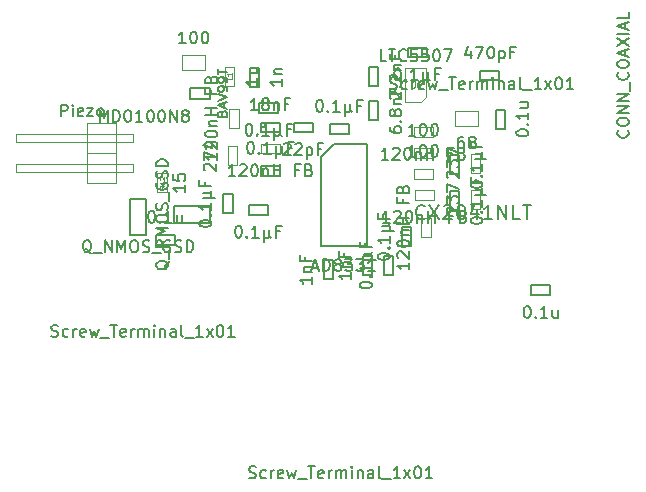
<source format=gbr>
G04 #@! TF.FileFunction,Other,Fab,Top*
%FSLAX46Y46*%
G04 Gerber Fmt 4.6, Leading zero omitted, Abs format (unit mm)*
G04 Created by KiCad (PCBNEW 4.0.7) date Friday, November 17, 2017 'AMt' 01:25:50 AM*
%MOMM*%
%LPD*%
G01*
G04 APERTURE LIST*
%ADD10C,0.100000*%
%ADD11C,0.120000*%
%ADD12C,0.150000*%
%ADD13C,0.075000*%
G04 APERTURE END LIST*
D10*
X155359000Y-99930000D02*
X155359000Y-100730000D01*
X153759000Y-99930000D02*
X155359000Y-99930000D01*
X153759000Y-100730000D02*
X153759000Y-99930000D01*
X155359000Y-100730000D02*
X153759000Y-100730000D01*
D11*
X147188000Y-99586000D02*
X147188000Y-99586000D01*
D12*
X146998000Y-99586000D02*
X147188000Y-99586000D01*
X145878000Y-100706000D02*
X146998000Y-99586000D01*
X149778000Y-108186000D02*
X149778000Y-99586000D01*
X147193000Y-99586000D02*
X149778000Y-99586000D01*
X145878000Y-108186000D02*
X145878000Y-100711000D01*
X145878000Y-108186000D02*
X149778000Y-108186000D01*
D10*
X136128000Y-92085000D02*
X136128000Y-93335000D01*
X134128000Y-92085000D02*
X136128000Y-92085000D01*
X134128000Y-93335000D02*
X134128000Y-92085000D01*
X136128000Y-93335000D02*
X134128000Y-93335000D01*
D12*
X140671500Y-94716500D02*
X139871500Y-94716500D01*
X140671500Y-93116500D02*
X140671500Y-94716500D01*
X139871500Y-93116500D02*
X140671500Y-93116500D01*
X139871500Y-94716500D02*
X139871500Y-93116500D01*
X134849500Y-95803500D02*
X134849500Y-94823500D01*
X134849500Y-94823500D02*
X136549500Y-94823500D01*
X136549500Y-94823500D02*
X136549500Y-95803500D01*
X136549500Y-95803500D02*
X134849500Y-95803500D01*
X142417000Y-101454000D02*
X142417000Y-102254000D01*
X140817000Y-101454000D02*
X142417000Y-101454000D01*
X140817000Y-102254000D02*
X140817000Y-101454000D01*
X142417000Y-102254000D02*
X140817000Y-102254000D01*
X157626000Y-102146000D02*
X156826000Y-102146000D01*
X157626000Y-100546000D02*
X157626000Y-102146000D01*
X156826000Y-100546000D02*
X157626000Y-100546000D01*
X156826000Y-102146000D02*
X156826000Y-100546000D01*
X137649000Y-103848000D02*
X138449000Y-103848000D01*
X137649000Y-105448000D02*
X137649000Y-103848000D01*
X138449000Y-105448000D02*
X137649000Y-105448000D01*
X138449000Y-103848000D02*
X138449000Y-105448000D01*
X139789000Y-105556000D02*
X139789000Y-104756000D01*
X141389000Y-105556000D02*
X139789000Y-105556000D01*
X141389000Y-104756000D02*
X141389000Y-105556000D01*
X139789000Y-104756000D02*
X141389000Y-104756000D01*
X157626000Y-105194000D02*
X156826000Y-105194000D01*
X157626000Y-103594000D02*
X157626000Y-105194000D01*
X156826000Y-103594000D02*
X157626000Y-103594000D01*
X156826000Y-105194000D02*
X156826000Y-103594000D01*
X152762000Y-106642000D02*
X153562000Y-106642000D01*
X152762000Y-108242000D02*
X152762000Y-106642000D01*
X153562000Y-108242000D02*
X152762000Y-108242000D01*
X153562000Y-106642000D02*
X153562000Y-108242000D01*
X151238000Y-109055000D02*
X152038000Y-109055000D01*
X151238000Y-110655000D02*
X151238000Y-109055000D01*
X152038000Y-110655000D02*
X151238000Y-110655000D01*
X152038000Y-109055000D02*
X152038000Y-110655000D01*
X146158000Y-109436000D02*
X146958000Y-109436000D01*
X146158000Y-111036000D02*
X146158000Y-109436000D01*
X146958000Y-111036000D02*
X146158000Y-111036000D01*
X146958000Y-109436000D02*
X146958000Y-111036000D01*
X149460000Y-109055000D02*
X150260000Y-109055000D01*
X149460000Y-110655000D02*
X149460000Y-109055000D01*
X150260000Y-110655000D02*
X149460000Y-110655000D01*
X150260000Y-109055000D02*
X150260000Y-110655000D01*
X150768000Y-97574000D02*
X149968000Y-97574000D01*
X150768000Y-95974000D02*
X150768000Y-97574000D01*
X149968000Y-95974000D02*
X150768000Y-95974000D01*
X149968000Y-97574000D02*
X149968000Y-95974000D01*
X150768000Y-94653000D02*
X149968000Y-94653000D01*
X150768000Y-93053000D02*
X150768000Y-94653000D01*
X149968000Y-93053000D02*
X150768000Y-93053000D01*
X149968000Y-94653000D02*
X149968000Y-93053000D01*
X161010500Y-93389500D02*
X161010500Y-94189500D01*
X159410500Y-93389500D02*
X161010500Y-93389500D01*
X159410500Y-94189500D02*
X159410500Y-93389500D01*
X161010500Y-94189500D02*
X159410500Y-94189500D01*
X153251000Y-92221000D02*
X153251000Y-91421000D01*
X154851000Y-92221000D02*
X153251000Y-92221000D01*
X154851000Y-91421000D02*
X154851000Y-92221000D01*
X153251000Y-91421000D02*
X154851000Y-91421000D01*
X142405000Y-97771000D02*
X142405000Y-98571000D01*
X140805000Y-97771000D02*
X142405000Y-97771000D01*
X140805000Y-98571000D02*
X140805000Y-97771000D01*
X142405000Y-98571000D02*
X140805000Y-98571000D01*
X140678000Y-96920000D02*
X140678000Y-96120000D01*
X142278000Y-96920000D02*
X140678000Y-96920000D01*
X142278000Y-96120000D02*
X142278000Y-96920000D01*
X140678000Y-96120000D02*
X142278000Y-96120000D01*
X148247000Y-97898000D02*
X148247000Y-98698000D01*
X146647000Y-97898000D02*
X148247000Y-97898000D01*
X146647000Y-98698000D02*
X146647000Y-97898000D01*
X148247000Y-98698000D02*
X146647000Y-98698000D01*
X143599000Y-98571000D02*
X143599000Y-97771000D01*
X145199000Y-98571000D02*
X143599000Y-98571000D01*
X145199000Y-97771000D02*
X145199000Y-98571000D01*
X143599000Y-97771000D02*
X145199000Y-97771000D01*
D10*
X138157000Y-96609000D02*
X138957000Y-96609000D01*
X138157000Y-98209000D02*
X138157000Y-96609000D01*
X138957000Y-98209000D02*
X138157000Y-98209000D01*
X138957000Y-96609000D02*
X138957000Y-98209000D01*
X140817000Y-100349000D02*
X140817000Y-99549000D01*
X142417000Y-100349000D02*
X140817000Y-100349000D01*
X142417000Y-99549000D02*
X142417000Y-100349000D01*
X140817000Y-99549000D02*
X142417000Y-99549000D01*
X153759000Y-98952000D02*
X153759000Y-98152000D01*
X155359000Y-98952000D02*
X153759000Y-98952000D01*
X155359000Y-98152000D02*
X155359000Y-98952000D01*
X153759000Y-98152000D02*
X155359000Y-98152000D01*
X153886000Y-104286000D02*
X153886000Y-103486000D01*
X155486000Y-104286000D02*
X153886000Y-104286000D01*
X155486000Y-103486000D02*
X155486000Y-104286000D01*
X153886000Y-103486000D02*
X155486000Y-103486000D01*
X154413000Y-105880000D02*
X155213000Y-105880000D01*
X154413000Y-107480000D02*
X154413000Y-105880000D01*
X155213000Y-107480000D02*
X154413000Y-107480000D01*
X155213000Y-105880000D02*
X155213000Y-107480000D01*
X158604000Y-100419000D02*
X159404000Y-100419000D01*
X158604000Y-102019000D02*
X158604000Y-100419000D01*
X159404000Y-102019000D02*
X158604000Y-102019000D01*
X159404000Y-100419000D02*
X159404000Y-102019000D01*
X155359000Y-101708000D02*
X155359000Y-102508000D01*
X153759000Y-101708000D02*
X155359000Y-101708000D01*
X153759000Y-102508000D02*
X153759000Y-101708000D01*
X155359000Y-102508000D02*
X153759000Y-102508000D01*
X158604000Y-103467000D02*
X159404000Y-103467000D01*
X158604000Y-105067000D02*
X158604000Y-103467000D01*
X159404000Y-105067000D02*
X158604000Y-105067000D01*
X159404000Y-103467000D02*
X159404000Y-105067000D01*
X157242000Y-98034000D02*
X157242000Y-96784000D01*
X159242000Y-98034000D02*
X157242000Y-98034000D01*
X159242000Y-96784000D02*
X159242000Y-98034000D01*
X157242000Y-96784000D02*
X159242000Y-96784000D01*
X138030000Y-99784000D02*
X138830000Y-99784000D01*
X138030000Y-101384000D02*
X138030000Y-99784000D01*
X138830000Y-101384000D02*
X138030000Y-101384000D01*
X138830000Y-99784000D02*
X138830000Y-101384000D01*
X154804000Y-95615000D02*
X154354000Y-96065000D01*
X153044000Y-96065000D02*
X154354000Y-96065000D01*
X154804000Y-95615000D02*
X154804000Y-93165000D01*
X153044000Y-93165000D02*
X154804000Y-93165000D01*
X153044000Y-96065000D02*
X153044000Y-93165000D01*
X138576000Y-94653000D02*
X137776000Y-94653000D01*
X138576000Y-93053000D02*
X138576000Y-94653000D01*
X137776000Y-93053000D02*
X138576000Y-93053000D01*
X137776000Y-94653000D02*
X137776000Y-93053000D01*
X132861000Y-103670000D02*
X132061000Y-103670000D01*
X132861000Y-102070000D02*
X132861000Y-103670000D01*
X132061000Y-102070000D02*
X132861000Y-102070000D01*
X132061000Y-103670000D02*
X132061000Y-102070000D01*
D12*
X163728500Y-112350500D02*
X163728500Y-111550500D01*
X165328500Y-112350500D02*
X163728500Y-112350500D01*
X165328500Y-111550500D02*
X165328500Y-112350500D01*
X163728500Y-111550500D02*
X165328500Y-111550500D01*
X161499500Y-98272500D02*
X160699500Y-98272500D01*
X161499500Y-96672500D02*
X161499500Y-98272500D01*
X160699500Y-96672500D02*
X161499500Y-96672500D01*
X160699500Y-98272500D02*
X160699500Y-96672500D01*
X133515000Y-107296000D02*
X133515000Y-108096000D01*
X131915000Y-107296000D02*
X133515000Y-107296000D01*
X131915000Y-108096000D02*
X131915000Y-107296000D01*
X133515000Y-108096000D02*
X131915000Y-108096000D01*
D10*
X128584500Y-102870000D02*
X128584500Y-100330000D01*
X128584500Y-100330000D02*
X126084500Y-100330000D01*
X126084500Y-100330000D02*
X126084500Y-102870000D01*
X126084500Y-102870000D02*
X128584500Y-102870000D01*
X129984500Y-101920000D02*
X129984500Y-101280000D01*
X129984500Y-101280000D02*
X120084500Y-101280000D01*
X120084500Y-101280000D02*
X120084500Y-101920000D01*
X120084500Y-101920000D02*
X129984500Y-101920000D01*
X128584500Y-100330000D02*
X128584500Y-97790000D01*
X128584500Y-97790000D02*
X126084500Y-97790000D01*
X126084500Y-97790000D02*
X126084500Y-100330000D01*
X126084500Y-100330000D02*
X128584500Y-100330000D01*
X129984500Y-99380000D02*
X129984500Y-98740000D01*
X129984500Y-98740000D02*
X120084500Y-98740000D01*
X120084500Y-98740000D02*
X120084500Y-99380000D01*
X120084500Y-99380000D02*
X129984500Y-99380000D01*
D12*
X136521000Y-106237000D02*
X133481000Y-106237000D01*
X133481000Y-104837000D02*
X133481000Y-106237000D01*
X136521000Y-104837000D02*
X136521000Y-106237000D01*
X136521000Y-104837000D02*
X133481000Y-104837000D01*
X131129000Y-104271000D02*
X131129000Y-107311000D01*
X129729000Y-107311000D02*
X131129000Y-107311000D01*
X129729000Y-104271000D02*
X131129000Y-104271000D01*
X129729000Y-104271000D02*
X129729000Y-107311000D01*
X153892334Y-98882381D02*
X153320905Y-98882381D01*
X153606619Y-98882381D02*
X153606619Y-97882381D01*
X153511381Y-98025238D01*
X153416143Y-98120476D01*
X153320905Y-98168095D01*
X154511381Y-97882381D02*
X154606620Y-97882381D01*
X154701858Y-97930000D01*
X154749477Y-97977619D01*
X154797096Y-98072857D01*
X154844715Y-98263333D01*
X154844715Y-98501429D01*
X154797096Y-98691905D01*
X154749477Y-98787143D01*
X154701858Y-98834762D01*
X154606620Y-98882381D01*
X154511381Y-98882381D01*
X154416143Y-98834762D01*
X154368524Y-98787143D01*
X154320905Y-98691905D01*
X154273286Y-98501429D01*
X154273286Y-98263333D01*
X154320905Y-98072857D01*
X154368524Y-97977619D01*
X154416143Y-97930000D01*
X154511381Y-97882381D01*
X155463762Y-97882381D02*
X155559001Y-97882381D01*
X155654239Y-97930000D01*
X155701858Y-97977619D01*
X155749477Y-98072857D01*
X155797096Y-98263333D01*
X155797096Y-98501429D01*
X155749477Y-98691905D01*
X155701858Y-98787143D01*
X155654239Y-98834762D01*
X155559001Y-98882381D01*
X155463762Y-98882381D01*
X155368524Y-98834762D01*
X155320905Y-98787143D01*
X155273286Y-98691905D01*
X155225667Y-98501429D01*
X155225667Y-98263333D01*
X155273286Y-98072857D01*
X155320905Y-97977619D01*
X155368524Y-97930000D01*
X155463762Y-97882381D01*
X145185143Y-110052667D02*
X145661334Y-110052667D01*
X145089905Y-110338381D02*
X145423238Y-109338381D01*
X145756572Y-110338381D01*
X146089905Y-110338381D02*
X146089905Y-109338381D01*
X146328000Y-109338381D01*
X146470858Y-109386000D01*
X146566096Y-109481238D01*
X146613715Y-109576476D01*
X146661334Y-109766952D01*
X146661334Y-109909810D01*
X146613715Y-110100286D01*
X146566096Y-110195524D01*
X146470858Y-110290762D01*
X146328000Y-110338381D01*
X146089905Y-110338381D01*
X147232762Y-109766952D02*
X147137524Y-109719333D01*
X147089905Y-109671714D01*
X147042286Y-109576476D01*
X147042286Y-109528857D01*
X147089905Y-109433619D01*
X147137524Y-109386000D01*
X147232762Y-109338381D01*
X147423239Y-109338381D01*
X147518477Y-109386000D01*
X147566096Y-109433619D01*
X147613715Y-109528857D01*
X147613715Y-109576476D01*
X147566096Y-109671714D01*
X147518477Y-109719333D01*
X147423239Y-109766952D01*
X147232762Y-109766952D01*
X147137524Y-109814571D01*
X147089905Y-109862190D01*
X147042286Y-109957429D01*
X147042286Y-110147905D01*
X147089905Y-110243143D01*
X147137524Y-110290762D01*
X147232762Y-110338381D01*
X147423239Y-110338381D01*
X147518477Y-110290762D01*
X147566096Y-110243143D01*
X147613715Y-110147905D01*
X147613715Y-109957429D01*
X147566096Y-109862190D01*
X147518477Y-109814571D01*
X147423239Y-109766952D01*
X147947048Y-109338381D02*
X148566096Y-109338381D01*
X148232762Y-109719333D01*
X148375620Y-109719333D01*
X148470858Y-109766952D01*
X148518477Y-109814571D01*
X148566096Y-109909810D01*
X148566096Y-110147905D01*
X148518477Y-110243143D01*
X148470858Y-110290762D01*
X148375620Y-110338381D01*
X148089905Y-110338381D01*
X147994667Y-110290762D01*
X147947048Y-110243143D01*
X148899429Y-109338381D02*
X149518477Y-109338381D01*
X149185143Y-109719333D01*
X149328001Y-109719333D01*
X149423239Y-109766952D01*
X149470858Y-109814571D01*
X149518477Y-109909810D01*
X149518477Y-110147905D01*
X149470858Y-110243143D01*
X149423239Y-110290762D01*
X149328001Y-110338381D01*
X149042286Y-110338381D01*
X148947048Y-110290762D01*
X148899429Y-110243143D01*
X150470858Y-110338381D02*
X149899429Y-110338381D01*
X150185143Y-110338381D02*
X150185143Y-109338381D01*
X150089905Y-109481238D01*
X149994667Y-109576476D01*
X149899429Y-109624095D01*
X134461334Y-91062381D02*
X133889905Y-91062381D01*
X134175619Y-91062381D02*
X134175619Y-90062381D01*
X134080381Y-90205238D01*
X133985143Y-90300476D01*
X133889905Y-90348095D01*
X135080381Y-90062381D02*
X135175620Y-90062381D01*
X135270858Y-90110000D01*
X135318477Y-90157619D01*
X135366096Y-90252857D01*
X135413715Y-90443333D01*
X135413715Y-90681429D01*
X135366096Y-90871905D01*
X135318477Y-90967143D01*
X135270858Y-91014762D01*
X135175620Y-91062381D01*
X135080381Y-91062381D01*
X134985143Y-91014762D01*
X134937524Y-90967143D01*
X134889905Y-90871905D01*
X134842286Y-90681429D01*
X134842286Y-90443333D01*
X134889905Y-90252857D01*
X134937524Y-90157619D01*
X134985143Y-90110000D01*
X135080381Y-90062381D01*
X136032762Y-90062381D02*
X136128001Y-90062381D01*
X136223239Y-90110000D01*
X136270858Y-90157619D01*
X136318477Y-90252857D01*
X136366096Y-90443333D01*
X136366096Y-90681429D01*
X136318477Y-90871905D01*
X136270858Y-90967143D01*
X136223239Y-91014762D01*
X136128001Y-91062381D01*
X136032762Y-91062381D01*
X135937524Y-91014762D01*
X135889905Y-90967143D01*
X135842286Y-90871905D01*
X135794667Y-90681429D01*
X135794667Y-90443333D01*
X135842286Y-90252857D01*
X135889905Y-90157619D01*
X135937524Y-90110000D01*
X136032762Y-90062381D01*
X142623881Y-94083166D02*
X142623881Y-94654595D01*
X142623881Y-94368881D02*
X141623881Y-94368881D01*
X141766738Y-94464119D01*
X141861976Y-94559357D01*
X141909595Y-94654595D01*
X141957214Y-93654595D02*
X142623881Y-93654595D01*
X142052452Y-93654595D02*
X142004833Y-93606976D01*
X141957214Y-93511738D01*
X141957214Y-93368880D01*
X142004833Y-93273642D01*
X142100071Y-93226023D01*
X142623881Y-93226023D01*
X127176045Y-97701361D02*
X127176045Y-96701361D01*
X127509379Y-97415647D01*
X127842712Y-96701361D01*
X127842712Y-97701361D01*
X128318902Y-97701361D02*
X128318902Y-96701361D01*
X128556997Y-96701361D01*
X128699855Y-96748980D01*
X128795093Y-96844218D01*
X128842712Y-96939456D01*
X128890331Y-97129932D01*
X128890331Y-97272790D01*
X128842712Y-97463266D01*
X128795093Y-97558504D01*
X128699855Y-97653742D01*
X128556997Y-97701361D01*
X128318902Y-97701361D01*
X129509378Y-96701361D02*
X129604617Y-96701361D01*
X129699855Y-96748980D01*
X129747474Y-96796599D01*
X129795093Y-96891837D01*
X129842712Y-97082313D01*
X129842712Y-97320409D01*
X129795093Y-97510885D01*
X129747474Y-97606123D01*
X129699855Y-97653742D01*
X129604617Y-97701361D01*
X129509378Y-97701361D01*
X129414140Y-97653742D01*
X129366521Y-97606123D01*
X129318902Y-97510885D01*
X129271283Y-97320409D01*
X129271283Y-97082313D01*
X129318902Y-96891837D01*
X129366521Y-96796599D01*
X129414140Y-96748980D01*
X129509378Y-96701361D01*
X130795093Y-97701361D02*
X130223664Y-97701361D01*
X130509378Y-97701361D02*
X130509378Y-96701361D01*
X130414140Y-96844218D01*
X130318902Y-96939456D01*
X130223664Y-96987075D01*
X131414140Y-96701361D02*
X131509379Y-96701361D01*
X131604617Y-96748980D01*
X131652236Y-96796599D01*
X131699855Y-96891837D01*
X131747474Y-97082313D01*
X131747474Y-97320409D01*
X131699855Y-97510885D01*
X131652236Y-97606123D01*
X131604617Y-97653742D01*
X131509379Y-97701361D01*
X131414140Y-97701361D01*
X131318902Y-97653742D01*
X131271283Y-97606123D01*
X131223664Y-97510885D01*
X131176045Y-97320409D01*
X131176045Y-97082313D01*
X131223664Y-96891837D01*
X131271283Y-96796599D01*
X131318902Y-96748980D01*
X131414140Y-96701361D01*
X132366521Y-96701361D02*
X132461760Y-96701361D01*
X132556998Y-96748980D01*
X132604617Y-96796599D01*
X132652236Y-96891837D01*
X132699855Y-97082313D01*
X132699855Y-97320409D01*
X132652236Y-97510885D01*
X132604617Y-97606123D01*
X132556998Y-97653742D01*
X132461760Y-97701361D01*
X132366521Y-97701361D01*
X132271283Y-97653742D01*
X132223664Y-97606123D01*
X132176045Y-97510885D01*
X132128426Y-97320409D01*
X132128426Y-97082313D01*
X132176045Y-96891837D01*
X132223664Y-96796599D01*
X132271283Y-96748980D01*
X132366521Y-96701361D01*
X133128426Y-97701361D02*
X133128426Y-96701361D01*
X133699855Y-97701361D01*
X133699855Y-96701361D01*
X134318902Y-97129932D02*
X134223664Y-97082313D01*
X134176045Y-97034694D01*
X134128426Y-96939456D01*
X134128426Y-96891837D01*
X134176045Y-96796599D01*
X134223664Y-96748980D01*
X134318902Y-96701361D01*
X134509379Y-96701361D01*
X134604617Y-96748980D01*
X134652236Y-96796599D01*
X134699855Y-96891837D01*
X134699855Y-96939456D01*
X134652236Y-97034694D01*
X134604617Y-97082313D01*
X134509379Y-97129932D01*
X134318902Y-97129932D01*
X134223664Y-97177551D01*
X134176045Y-97225170D01*
X134128426Y-97320409D01*
X134128426Y-97510885D01*
X134176045Y-97606123D01*
X134223664Y-97653742D01*
X134318902Y-97701361D01*
X134509379Y-97701361D01*
X134604617Y-97653742D01*
X134652236Y-97606123D01*
X134699855Y-97510885D01*
X134699855Y-97320409D01*
X134652236Y-97225170D01*
X134604617Y-97177551D01*
X134509379Y-97129932D01*
X137547357Y-97008738D02*
X137585452Y-96894452D01*
X137623548Y-96856357D01*
X137699738Y-96818262D01*
X137814024Y-96818262D01*
X137890214Y-96856357D01*
X137928310Y-96894452D01*
X137966405Y-96970643D01*
X137966405Y-97275405D01*
X137166405Y-97275405D01*
X137166405Y-97008738D01*
X137204500Y-96932548D01*
X137242595Y-96894452D01*
X137318786Y-96856357D01*
X137394976Y-96856357D01*
X137471167Y-96894452D01*
X137509262Y-96932548D01*
X137547357Y-97008738D01*
X137547357Y-97275405D01*
X137737833Y-96513500D02*
X137737833Y-96132548D01*
X137966405Y-96589691D02*
X137166405Y-96323024D01*
X137966405Y-96056357D01*
X137166405Y-95903977D02*
X137966405Y-95637310D01*
X137166405Y-95370643D01*
X137966405Y-95065882D02*
X137966405Y-94913501D01*
X137928310Y-94837310D01*
X137890214Y-94799215D01*
X137775929Y-94723024D01*
X137623548Y-94684929D01*
X137318786Y-94684929D01*
X137242595Y-94723024D01*
X137204500Y-94761120D01*
X137166405Y-94837310D01*
X137166405Y-94989691D01*
X137204500Y-95065882D01*
X137242595Y-95103977D01*
X137318786Y-95142072D01*
X137509262Y-95142072D01*
X137585452Y-95103977D01*
X137623548Y-95065882D01*
X137661643Y-94989691D01*
X137661643Y-94837310D01*
X137623548Y-94761120D01*
X137585452Y-94723024D01*
X137509262Y-94684929D01*
X137966405Y-94303977D02*
X137966405Y-94151596D01*
X137928310Y-94075405D01*
X137890214Y-94037310D01*
X137775929Y-93961119D01*
X137623548Y-93923024D01*
X137318786Y-93923024D01*
X137242595Y-93961119D01*
X137204500Y-93999215D01*
X137166405Y-94075405D01*
X137166405Y-94227786D01*
X137204500Y-94303977D01*
X137242595Y-94342072D01*
X137318786Y-94380167D01*
X137509262Y-94380167D01*
X137585452Y-94342072D01*
X137623548Y-94303977D01*
X137661643Y-94227786D01*
X137661643Y-94075405D01*
X137623548Y-93999215D01*
X137585452Y-93961119D01*
X137509262Y-93923024D01*
X137166405Y-93694453D02*
X137166405Y-93237310D01*
X137966405Y-93465881D02*
X137166405Y-93465881D01*
X139902714Y-99406381D02*
X139997953Y-99406381D01*
X140093191Y-99454000D01*
X140140810Y-99501619D01*
X140188429Y-99596857D01*
X140236048Y-99787333D01*
X140236048Y-100025429D01*
X140188429Y-100215905D01*
X140140810Y-100311143D01*
X140093191Y-100358762D01*
X139997953Y-100406381D01*
X139902714Y-100406381D01*
X139807476Y-100358762D01*
X139759857Y-100311143D01*
X139712238Y-100215905D01*
X139664619Y-100025429D01*
X139664619Y-99787333D01*
X139712238Y-99596857D01*
X139759857Y-99501619D01*
X139807476Y-99454000D01*
X139902714Y-99406381D01*
X140664619Y-100311143D02*
X140712238Y-100358762D01*
X140664619Y-100406381D01*
X140617000Y-100358762D01*
X140664619Y-100311143D01*
X140664619Y-100406381D01*
X141664619Y-100406381D02*
X141093190Y-100406381D01*
X141378904Y-100406381D02*
X141378904Y-99406381D01*
X141283666Y-99549238D01*
X141188428Y-99644476D01*
X141093190Y-99692095D01*
X142093190Y-99739714D02*
X142093190Y-100739714D01*
X142569381Y-100263524D02*
X142617000Y-100358762D01*
X142712238Y-100406381D01*
X142093190Y-100263524D02*
X142140809Y-100358762D01*
X142236047Y-100406381D01*
X142426524Y-100406381D01*
X142521762Y-100358762D01*
X142569381Y-100263524D01*
X142569381Y-99739714D01*
X143474143Y-99882571D02*
X143140809Y-99882571D01*
X143140809Y-100406381D02*
X143140809Y-99406381D01*
X143617000Y-99406381D01*
X158578381Y-103060286D02*
X158578381Y-102965047D01*
X158626000Y-102869809D01*
X158673619Y-102822190D01*
X158768857Y-102774571D01*
X158959333Y-102726952D01*
X159197429Y-102726952D01*
X159387905Y-102774571D01*
X159483143Y-102822190D01*
X159530762Y-102869809D01*
X159578381Y-102965047D01*
X159578381Y-103060286D01*
X159530762Y-103155524D01*
X159483143Y-103203143D01*
X159387905Y-103250762D01*
X159197429Y-103298381D01*
X158959333Y-103298381D01*
X158768857Y-103250762D01*
X158673619Y-103203143D01*
X158626000Y-103155524D01*
X158578381Y-103060286D01*
X159483143Y-102298381D02*
X159530762Y-102250762D01*
X159578381Y-102298381D01*
X159530762Y-102346000D01*
X159483143Y-102298381D01*
X159578381Y-102298381D01*
X159578381Y-101298381D02*
X159578381Y-101869810D01*
X159578381Y-101584096D02*
X158578381Y-101584096D01*
X158721238Y-101679334D01*
X158816476Y-101774572D01*
X158864095Y-101869810D01*
X158911714Y-100869810D02*
X159911714Y-100869810D01*
X159435524Y-100393619D02*
X159530762Y-100346000D01*
X159578381Y-100250762D01*
X159435524Y-100869810D02*
X159530762Y-100822191D01*
X159578381Y-100726953D01*
X159578381Y-100536476D01*
X159530762Y-100441238D01*
X159435524Y-100393619D01*
X158911714Y-100393619D01*
X159054571Y-99488857D02*
X159054571Y-99822191D01*
X159578381Y-99822191D02*
X158578381Y-99822191D01*
X158578381Y-99346000D01*
X135601381Y-106362286D02*
X135601381Y-106267047D01*
X135649000Y-106171809D01*
X135696619Y-106124190D01*
X135791857Y-106076571D01*
X135982333Y-106028952D01*
X136220429Y-106028952D01*
X136410905Y-106076571D01*
X136506143Y-106124190D01*
X136553762Y-106171809D01*
X136601381Y-106267047D01*
X136601381Y-106362286D01*
X136553762Y-106457524D01*
X136506143Y-106505143D01*
X136410905Y-106552762D01*
X136220429Y-106600381D01*
X135982333Y-106600381D01*
X135791857Y-106552762D01*
X135696619Y-106505143D01*
X135649000Y-106457524D01*
X135601381Y-106362286D01*
X136506143Y-105600381D02*
X136553762Y-105552762D01*
X136601381Y-105600381D01*
X136553762Y-105648000D01*
X136506143Y-105600381D01*
X136601381Y-105600381D01*
X136601381Y-104600381D02*
X136601381Y-105171810D01*
X136601381Y-104886096D02*
X135601381Y-104886096D01*
X135744238Y-104981334D01*
X135839476Y-105076572D01*
X135887095Y-105171810D01*
X135934714Y-104171810D02*
X136934714Y-104171810D01*
X136458524Y-103695619D02*
X136553762Y-103648000D01*
X136601381Y-103552762D01*
X136458524Y-104171810D02*
X136553762Y-104124191D01*
X136601381Y-104028953D01*
X136601381Y-103838476D01*
X136553762Y-103743238D01*
X136458524Y-103695619D01*
X135934714Y-103695619D01*
X136077571Y-102790857D02*
X136077571Y-103124191D01*
X136601381Y-103124191D02*
X135601381Y-103124191D01*
X135601381Y-102648000D01*
X138874714Y-106508381D02*
X138969953Y-106508381D01*
X139065191Y-106556000D01*
X139112810Y-106603619D01*
X139160429Y-106698857D01*
X139208048Y-106889333D01*
X139208048Y-107127429D01*
X139160429Y-107317905D01*
X139112810Y-107413143D01*
X139065191Y-107460762D01*
X138969953Y-107508381D01*
X138874714Y-107508381D01*
X138779476Y-107460762D01*
X138731857Y-107413143D01*
X138684238Y-107317905D01*
X138636619Y-107127429D01*
X138636619Y-106889333D01*
X138684238Y-106698857D01*
X138731857Y-106603619D01*
X138779476Y-106556000D01*
X138874714Y-106508381D01*
X139636619Y-107413143D02*
X139684238Y-107460762D01*
X139636619Y-107508381D01*
X139589000Y-107460762D01*
X139636619Y-107413143D01*
X139636619Y-107508381D01*
X140636619Y-107508381D02*
X140065190Y-107508381D01*
X140350904Y-107508381D02*
X140350904Y-106508381D01*
X140255666Y-106651238D01*
X140160428Y-106746476D01*
X140065190Y-106794095D01*
X141065190Y-106841714D02*
X141065190Y-107841714D01*
X141541381Y-107365524D02*
X141589000Y-107460762D01*
X141684238Y-107508381D01*
X141065190Y-107365524D02*
X141112809Y-107460762D01*
X141208047Y-107508381D01*
X141398524Y-107508381D01*
X141493762Y-107460762D01*
X141541381Y-107365524D01*
X141541381Y-106841714D01*
X142446143Y-106984571D02*
X142112809Y-106984571D01*
X142112809Y-107508381D02*
X142112809Y-106508381D01*
X142589000Y-106508381D01*
X158578381Y-106108286D02*
X158578381Y-106013047D01*
X158626000Y-105917809D01*
X158673619Y-105870190D01*
X158768857Y-105822571D01*
X158959333Y-105774952D01*
X159197429Y-105774952D01*
X159387905Y-105822571D01*
X159483143Y-105870190D01*
X159530762Y-105917809D01*
X159578381Y-106013047D01*
X159578381Y-106108286D01*
X159530762Y-106203524D01*
X159483143Y-106251143D01*
X159387905Y-106298762D01*
X159197429Y-106346381D01*
X158959333Y-106346381D01*
X158768857Y-106298762D01*
X158673619Y-106251143D01*
X158626000Y-106203524D01*
X158578381Y-106108286D01*
X159483143Y-105346381D02*
X159530762Y-105298762D01*
X159578381Y-105346381D01*
X159530762Y-105394000D01*
X159483143Y-105346381D01*
X159578381Y-105346381D01*
X159578381Y-104346381D02*
X159578381Y-104917810D01*
X159578381Y-104632096D02*
X158578381Y-104632096D01*
X158721238Y-104727334D01*
X158816476Y-104822572D01*
X158864095Y-104917810D01*
X158911714Y-103917810D02*
X159911714Y-103917810D01*
X159435524Y-103441619D02*
X159530762Y-103394000D01*
X159578381Y-103298762D01*
X159435524Y-103917810D02*
X159530762Y-103870191D01*
X159578381Y-103774953D01*
X159578381Y-103584476D01*
X159530762Y-103489238D01*
X159435524Y-103441619D01*
X158911714Y-103441619D01*
X159054571Y-102536857D02*
X159054571Y-102870191D01*
X159578381Y-102870191D02*
X158578381Y-102870191D01*
X158578381Y-102394000D01*
X150714381Y-109156286D02*
X150714381Y-109061047D01*
X150762000Y-108965809D01*
X150809619Y-108918190D01*
X150904857Y-108870571D01*
X151095333Y-108822952D01*
X151333429Y-108822952D01*
X151523905Y-108870571D01*
X151619143Y-108918190D01*
X151666762Y-108965809D01*
X151714381Y-109061047D01*
X151714381Y-109156286D01*
X151666762Y-109251524D01*
X151619143Y-109299143D01*
X151523905Y-109346762D01*
X151333429Y-109394381D01*
X151095333Y-109394381D01*
X150904857Y-109346762D01*
X150809619Y-109299143D01*
X150762000Y-109251524D01*
X150714381Y-109156286D01*
X151619143Y-108394381D02*
X151666762Y-108346762D01*
X151714381Y-108394381D01*
X151666762Y-108442000D01*
X151619143Y-108394381D01*
X151714381Y-108394381D01*
X151714381Y-107394381D02*
X151714381Y-107965810D01*
X151714381Y-107680096D02*
X150714381Y-107680096D01*
X150857238Y-107775334D01*
X150952476Y-107870572D01*
X151000095Y-107965810D01*
X151047714Y-106965810D02*
X152047714Y-106965810D01*
X151571524Y-106489619D02*
X151666762Y-106442000D01*
X151714381Y-106346762D01*
X151571524Y-106965810D02*
X151666762Y-106918191D01*
X151714381Y-106822953D01*
X151714381Y-106632476D01*
X151666762Y-106537238D01*
X151571524Y-106489619D01*
X151047714Y-106489619D01*
X151190571Y-105584857D02*
X151190571Y-105918191D01*
X151714381Y-105918191D02*
X150714381Y-105918191D01*
X150714381Y-105442000D01*
X149190381Y-111569286D02*
X149190381Y-111474047D01*
X149238000Y-111378809D01*
X149285619Y-111331190D01*
X149380857Y-111283571D01*
X149571333Y-111235952D01*
X149809429Y-111235952D01*
X149999905Y-111283571D01*
X150095143Y-111331190D01*
X150142762Y-111378809D01*
X150190381Y-111474047D01*
X150190381Y-111569286D01*
X150142762Y-111664524D01*
X150095143Y-111712143D01*
X149999905Y-111759762D01*
X149809429Y-111807381D01*
X149571333Y-111807381D01*
X149380857Y-111759762D01*
X149285619Y-111712143D01*
X149238000Y-111664524D01*
X149190381Y-111569286D01*
X150095143Y-110807381D02*
X150142762Y-110759762D01*
X150190381Y-110807381D01*
X150142762Y-110855000D01*
X150095143Y-110807381D01*
X150190381Y-110807381D01*
X150190381Y-109807381D02*
X150190381Y-110378810D01*
X150190381Y-110093096D02*
X149190381Y-110093096D01*
X149333238Y-110188334D01*
X149428476Y-110283572D01*
X149476095Y-110378810D01*
X149523714Y-109378810D02*
X150523714Y-109378810D01*
X150047524Y-108902619D02*
X150142762Y-108855000D01*
X150190381Y-108759762D01*
X150047524Y-109378810D02*
X150142762Y-109331191D01*
X150190381Y-109235953D01*
X150190381Y-109045476D01*
X150142762Y-108950238D01*
X150047524Y-108902619D01*
X149523714Y-108902619D01*
X149666571Y-107997857D02*
X149666571Y-108331191D01*
X150190381Y-108331191D02*
X149190381Y-108331191D01*
X149190381Y-107855000D01*
X145110381Y-110831238D02*
X145110381Y-111402667D01*
X145110381Y-111116953D02*
X144110381Y-111116953D01*
X144253238Y-111212191D01*
X144348476Y-111307429D01*
X144396095Y-111402667D01*
X144443714Y-110402667D02*
X145110381Y-110402667D01*
X144538952Y-110402667D02*
X144491333Y-110355048D01*
X144443714Y-110259810D01*
X144443714Y-110116952D01*
X144491333Y-110021714D01*
X144586571Y-109974095D01*
X145110381Y-109974095D01*
X144586571Y-109164571D02*
X144586571Y-109497905D01*
X145110381Y-109497905D02*
X144110381Y-109497905D01*
X144110381Y-109021714D01*
X148412381Y-110450238D02*
X148412381Y-111021667D01*
X148412381Y-110735953D02*
X147412381Y-110735953D01*
X147555238Y-110831191D01*
X147650476Y-110926429D01*
X147698095Y-111021667D01*
X147745714Y-110021667D02*
X148412381Y-110021667D01*
X147840952Y-110021667D02*
X147793333Y-109974048D01*
X147745714Y-109878810D01*
X147745714Y-109735952D01*
X147793333Y-109640714D01*
X147888571Y-109593095D01*
X148412381Y-109593095D01*
X147888571Y-108783571D02*
X147888571Y-109116905D01*
X148412381Y-109116905D02*
X147412381Y-109116905D01*
X147412381Y-108640714D01*
X151720381Y-98178761D02*
X151720381Y-98369238D01*
X151768000Y-98464476D01*
X151815619Y-98512095D01*
X151958476Y-98607333D01*
X152148952Y-98654952D01*
X152529905Y-98654952D01*
X152625143Y-98607333D01*
X152672762Y-98559714D01*
X152720381Y-98464476D01*
X152720381Y-98273999D01*
X152672762Y-98178761D01*
X152625143Y-98131142D01*
X152529905Y-98083523D01*
X152291810Y-98083523D01*
X152196571Y-98131142D01*
X152148952Y-98178761D01*
X152101333Y-98273999D01*
X152101333Y-98464476D01*
X152148952Y-98559714D01*
X152196571Y-98607333D01*
X152291810Y-98654952D01*
X152625143Y-97654952D02*
X152672762Y-97607333D01*
X152720381Y-97654952D01*
X152672762Y-97702571D01*
X152625143Y-97654952D01*
X152720381Y-97654952D01*
X152148952Y-97035905D02*
X152101333Y-97131143D01*
X152053714Y-97178762D01*
X151958476Y-97226381D01*
X151910857Y-97226381D01*
X151815619Y-97178762D01*
X151768000Y-97131143D01*
X151720381Y-97035905D01*
X151720381Y-96845428D01*
X151768000Y-96750190D01*
X151815619Y-96702571D01*
X151910857Y-96654952D01*
X151958476Y-96654952D01*
X152053714Y-96702571D01*
X152101333Y-96750190D01*
X152148952Y-96845428D01*
X152148952Y-97035905D01*
X152196571Y-97131143D01*
X152244190Y-97178762D01*
X152339429Y-97226381D01*
X152529905Y-97226381D01*
X152625143Y-97178762D01*
X152672762Y-97131143D01*
X152720381Y-97035905D01*
X152720381Y-96845428D01*
X152672762Y-96750190D01*
X152625143Y-96702571D01*
X152529905Y-96654952D01*
X152339429Y-96654952D01*
X152244190Y-96702571D01*
X152196571Y-96750190D01*
X152148952Y-96845428D01*
X152053714Y-96226381D02*
X152720381Y-96226381D01*
X152148952Y-96226381D02*
X152101333Y-96178762D01*
X152053714Y-96083524D01*
X152053714Y-95940666D01*
X152101333Y-95845428D01*
X152196571Y-95797809D01*
X152720381Y-95797809D01*
X152196571Y-94988285D02*
X152196571Y-95321619D01*
X152720381Y-95321619D02*
X151720381Y-95321619D01*
X151720381Y-94845428D01*
X151815619Y-95733952D02*
X151768000Y-95686333D01*
X151720381Y-95591095D01*
X151720381Y-95352999D01*
X151768000Y-95257761D01*
X151815619Y-95210142D01*
X151910857Y-95162523D01*
X152006095Y-95162523D01*
X152148952Y-95210142D01*
X152720381Y-95781571D01*
X152720381Y-95162523D01*
X152625143Y-94733952D02*
X152672762Y-94686333D01*
X152720381Y-94733952D01*
X152672762Y-94781571D01*
X152625143Y-94733952D01*
X152720381Y-94733952D01*
X151815619Y-94305381D02*
X151768000Y-94257762D01*
X151720381Y-94162524D01*
X151720381Y-93924428D01*
X151768000Y-93829190D01*
X151815619Y-93781571D01*
X151910857Y-93733952D01*
X152006095Y-93733952D01*
X152148952Y-93781571D01*
X152720381Y-94353000D01*
X152720381Y-93733952D01*
X152053714Y-93305381D02*
X152720381Y-93305381D01*
X152148952Y-93305381D02*
X152101333Y-93257762D01*
X152053714Y-93162524D01*
X152053714Y-93019666D01*
X152101333Y-92924428D01*
X152196571Y-92876809D01*
X152720381Y-92876809D01*
X152196571Y-92067285D02*
X152196571Y-92400619D01*
X152720381Y-92400619D02*
X151720381Y-92400619D01*
X151720381Y-91924428D01*
X158567643Y-91675214D02*
X158567643Y-92341881D01*
X158329547Y-91294262D02*
X158091452Y-92008548D01*
X158710500Y-92008548D01*
X158996214Y-91341881D02*
X159662881Y-91341881D01*
X159234309Y-92341881D01*
X160234309Y-91341881D02*
X160329548Y-91341881D01*
X160424786Y-91389500D01*
X160472405Y-91437119D01*
X160520024Y-91532357D01*
X160567643Y-91722833D01*
X160567643Y-91960929D01*
X160520024Y-92151405D01*
X160472405Y-92246643D01*
X160424786Y-92294262D01*
X160329548Y-92341881D01*
X160234309Y-92341881D01*
X160139071Y-92294262D01*
X160091452Y-92246643D01*
X160043833Y-92151405D01*
X159996214Y-91960929D01*
X159996214Y-91722833D01*
X160043833Y-91532357D01*
X160091452Y-91437119D01*
X160139071Y-91389500D01*
X160234309Y-91341881D01*
X160996214Y-91675214D02*
X160996214Y-92675214D01*
X160996214Y-91722833D02*
X161091452Y-91675214D01*
X161281929Y-91675214D01*
X161377167Y-91722833D01*
X161424786Y-91770452D01*
X161472405Y-91865690D01*
X161472405Y-92151405D01*
X161424786Y-92246643D01*
X161377167Y-92294262D01*
X161281929Y-92341881D01*
X161091452Y-92341881D01*
X160996214Y-92294262D01*
X162234310Y-91818071D02*
X161900976Y-91818071D01*
X161900976Y-92341881D02*
X161900976Y-91341881D01*
X162377167Y-91341881D01*
X152336714Y-93173381D02*
X152431953Y-93173381D01*
X152527191Y-93221000D01*
X152574810Y-93268619D01*
X152622429Y-93363857D01*
X152670048Y-93554333D01*
X152670048Y-93792429D01*
X152622429Y-93982905D01*
X152574810Y-94078143D01*
X152527191Y-94125762D01*
X152431953Y-94173381D01*
X152336714Y-94173381D01*
X152241476Y-94125762D01*
X152193857Y-94078143D01*
X152146238Y-93982905D01*
X152098619Y-93792429D01*
X152098619Y-93554333D01*
X152146238Y-93363857D01*
X152193857Y-93268619D01*
X152241476Y-93221000D01*
X152336714Y-93173381D01*
X153098619Y-94078143D02*
X153146238Y-94125762D01*
X153098619Y-94173381D01*
X153051000Y-94125762D01*
X153098619Y-94078143D01*
X153098619Y-94173381D01*
X154098619Y-94173381D02*
X153527190Y-94173381D01*
X153812904Y-94173381D02*
X153812904Y-93173381D01*
X153717666Y-93316238D01*
X153622428Y-93411476D01*
X153527190Y-93459095D01*
X154527190Y-93506714D02*
X154527190Y-94506714D01*
X155003381Y-94030524D02*
X155051000Y-94125762D01*
X155146238Y-94173381D01*
X154527190Y-94030524D02*
X154574809Y-94125762D01*
X154670047Y-94173381D01*
X154860524Y-94173381D01*
X154955762Y-94125762D01*
X155003381Y-94030524D01*
X155003381Y-93506714D01*
X155908143Y-93649571D02*
X155574809Y-93649571D01*
X155574809Y-94173381D02*
X155574809Y-93173381D01*
X156051000Y-93173381D01*
X140533572Y-96723381D02*
X139962143Y-96723381D01*
X140247857Y-96723381D02*
X140247857Y-95723381D01*
X140152619Y-95866238D01*
X140057381Y-95961476D01*
X139962143Y-96009095D01*
X141105000Y-96151952D02*
X141009762Y-96104333D01*
X140962143Y-96056714D01*
X140914524Y-95961476D01*
X140914524Y-95913857D01*
X140962143Y-95818619D01*
X141009762Y-95771000D01*
X141105000Y-95723381D01*
X141295477Y-95723381D01*
X141390715Y-95771000D01*
X141438334Y-95818619D01*
X141485953Y-95913857D01*
X141485953Y-95961476D01*
X141438334Y-96056714D01*
X141390715Y-96104333D01*
X141295477Y-96151952D01*
X141105000Y-96151952D01*
X141009762Y-96199571D01*
X140962143Y-96247190D01*
X140914524Y-96342429D01*
X140914524Y-96532905D01*
X140962143Y-96628143D01*
X141009762Y-96675762D01*
X141105000Y-96723381D01*
X141295477Y-96723381D01*
X141390715Y-96675762D01*
X141438334Y-96628143D01*
X141485953Y-96532905D01*
X141485953Y-96342429D01*
X141438334Y-96247190D01*
X141390715Y-96199571D01*
X141295477Y-96151952D01*
X141914524Y-96056714D02*
X141914524Y-96723381D01*
X141914524Y-96151952D02*
X141962143Y-96104333D01*
X142057381Y-96056714D01*
X142200239Y-96056714D01*
X142295477Y-96104333D01*
X142343096Y-96199571D01*
X142343096Y-96723381D01*
X143152620Y-96199571D02*
X142819286Y-96199571D01*
X142819286Y-96723381D02*
X142819286Y-95723381D01*
X143295477Y-95723381D01*
X139763714Y-97872381D02*
X139858953Y-97872381D01*
X139954191Y-97920000D01*
X140001810Y-97967619D01*
X140049429Y-98062857D01*
X140097048Y-98253333D01*
X140097048Y-98491429D01*
X140049429Y-98681905D01*
X140001810Y-98777143D01*
X139954191Y-98824762D01*
X139858953Y-98872381D01*
X139763714Y-98872381D01*
X139668476Y-98824762D01*
X139620857Y-98777143D01*
X139573238Y-98681905D01*
X139525619Y-98491429D01*
X139525619Y-98253333D01*
X139573238Y-98062857D01*
X139620857Y-97967619D01*
X139668476Y-97920000D01*
X139763714Y-97872381D01*
X140525619Y-98777143D02*
X140573238Y-98824762D01*
X140525619Y-98872381D01*
X140478000Y-98824762D01*
X140525619Y-98777143D01*
X140525619Y-98872381D01*
X141525619Y-98872381D02*
X140954190Y-98872381D01*
X141239904Y-98872381D02*
X141239904Y-97872381D01*
X141144666Y-98015238D01*
X141049428Y-98110476D01*
X140954190Y-98158095D01*
X141954190Y-98205714D02*
X141954190Y-99205714D01*
X142430381Y-98729524D02*
X142478000Y-98824762D01*
X142573238Y-98872381D01*
X141954190Y-98729524D02*
X142001809Y-98824762D01*
X142097047Y-98872381D01*
X142287524Y-98872381D01*
X142382762Y-98824762D01*
X142430381Y-98729524D01*
X142430381Y-98205714D01*
X143335143Y-98348571D02*
X143001809Y-98348571D01*
X143001809Y-98872381D02*
X143001809Y-97872381D01*
X143478000Y-97872381D01*
X145732714Y-95850381D02*
X145827953Y-95850381D01*
X145923191Y-95898000D01*
X145970810Y-95945619D01*
X146018429Y-96040857D01*
X146066048Y-96231333D01*
X146066048Y-96469429D01*
X146018429Y-96659905D01*
X145970810Y-96755143D01*
X145923191Y-96802762D01*
X145827953Y-96850381D01*
X145732714Y-96850381D01*
X145637476Y-96802762D01*
X145589857Y-96755143D01*
X145542238Y-96659905D01*
X145494619Y-96469429D01*
X145494619Y-96231333D01*
X145542238Y-96040857D01*
X145589857Y-95945619D01*
X145637476Y-95898000D01*
X145732714Y-95850381D01*
X146494619Y-96755143D02*
X146542238Y-96802762D01*
X146494619Y-96850381D01*
X146447000Y-96802762D01*
X146494619Y-96755143D01*
X146494619Y-96850381D01*
X147494619Y-96850381D02*
X146923190Y-96850381D01*
X147208904Y-96850381D02*
X147208904Y-95850381D01*
X147113666Y-95993238D01*
X147018428Y-96088476D01*
X146923190Y-96136095D01*
X147923190Y-96183714D02*
X147923190Y-97183714D01*
X148399381Y-96707524D02*
X148447000Y-96802762D01*
X148542238Y-96850381D01*
X147923190Y-96707524D02*
X147970809Y-96802762D01*
X148066047Y-96850381D01*
X148256524Y-96850381D01*
X148351762Y-96802762D01*
X148399381Y-96707524D01*
X148399381Y-96183714D01*
X149304143Y-96326571D02*
X148970809Y-96326571D01*
X148970809Y-96850381D02*
X148970809Y-95850381D01*
X149447000Y-95850381D01*
X142756143Y-99618619D02*
X142803762Y-99571000D01*
X142899000Y-99523381D01*
X143137096Y-99523381D01*
X143232334Y-99571000D01*
X143279953Y-99618619D01*
X143327572Y-99713857D01*
X143327572Y-99809095D01*
X143279953Y-99951952D01*
X142708524Y-100523381D01*
X143327572Y-100523381D01*
X143708524Y-99618619D02*
X143756143Y-99571000D01*
X143851381Y-99523381D01*
X144089477Y-99523381D01*
X144184715Y-99571000D01*
X144232334Y-99618619D01*
X144279953Y-99713857D01*
X144279953Y-99809095D01*
X144232334Y-99951952D01*
X143660905Y-100523381D01*
X144279953Y-100523381D01*
X144708524Y-99856714D02*
X144708524Y-100856714D01*
X144708524Y-99904333D02*
X144803762Y-99856714D01*
X144994239Y-99856714D01*
X145089477Y-99904333D01*
X145137096Y-99951952D01*
X145184715Y-100047190D01*
X145184715Y-100332905D01*
X145137096Y-100428143D01*
X145089477Y-100475762D01*
X144994239Y-100523381D01*
X144803762Y-100523381D01*
X144708524Y-100475762D01*
X145946620Y-99999571D02*
X145613286Y-99999571D01*
X145613286Y-100523381D02*
X145613286Y-99523381D01*
X146089477Y-99523381D01*
X137109381Y-100361381D02*
X137109381Y-100932810D01*
X137109381Y-100647096D02*
X136109381Y-100647096D01*
X136252238Y-100742334D01*
X136347476Y-100837572D01*
X136395095Y-100932810D01*
X136204619Y-99980429D02*
X136157000Y-99932810D01*
X136109381Y-99837572D01*
X136109381Y-99599476D01*
X136157000Y-99504238D01*
X136204619Y-99456619D01*
X136299857Y-99409000D01*
X136395095Y-99409000D01*
X136537952Y-99456619D01*
X137109381Y-100028048D01*
X137109381Y-99409000D01*
X136109381Y-98789953D02*
X136109381Y-98694714D01*
X136157000Y-98599476D01*
X136204619Y-98551857D01*
X136299857Y-98504238D01*
X136490333Y-98456619D01*
X136728429Y-98456619D01*
X136918905Y-98504238D01*
X137014143Y-98551857D01*
X137061762Y-98599476D01*
X137109381Y-98694714D01*
X137109381Y-98789953D01*
X137061762Y-98885191D01*
X137014143Y-98932810D01*
X136918905Y-98980429D01*
X136728429Y-99028048D01*
X136490333Y-99028048D01*
X136299857Y-98980429D01*
X136204619Y-98932810D01*
X136157000Y-98885191D01*
X136109381Y-98789953D01*
X136442714Y-98028048D02*
X137109381Y-98028048D01*
X136537952Y-98028048D02*
X136490333Y-97980429D01*
X136442714Y-97885191D01*
X136442714Y-97742333D01*
X136490333Y-97647095D01*
X136585571Y-97599476D01*
X137109381Y-97599476D01*
X137109381Y-97123286D02*
X136109381Y-97123286D01*
X136585571Y-97123286D02*
X136585571Y-96551857D01*
X137109381Y-96551857D02*
X136109381Y-96551857D01*
X136585571Y-94980428D02*
X136585571Y-95313762D01*
X137109381Y-95313762D02*
X136109381Y-95313762D01*
X136109381Y-94837571D01*
X136585571Y-94123285D02*
X136633190Y-93980428D01*
X136680810Y-93932809D01*
X136776048Y-93885190D01*
X136918905Y-93885190D01*
X137014143Y-93932809D01*
X137061762Y-93980428D01*
X137109381Y-94075666D01*
X137109381Y-94456619D01*
X136109381Y-94456619D01*
X136109381Y-94123285D01*
X136157000Y-94028047D01*
X136204619Y-93980428D01*
X136299857Y-93932809D01*
X136395095Y-93932809D01*
X136490333Y-93980428D01*
X136537952Y-94028047D01*
X136585571Y-94123285D01*
X136585571Y-94456619D01*
X138664619Y-102301381D02*
X138093190Y-102301381D01*
X138378904Y-102301381D02*
X138378904Y-101301381D01*
X138283666Y-101444238D01*
X138188428Y-101539476D01*
X138093190Y-101587095D01*
X139045571Y-101396619D02*
X139093190Y-101349000D01*
X139188428Y-101301381D01*
X139426524Y-101301381D01*
X139521762Y-101349000D01*
X139569381Y-101396619D01*
X139617000Y-101491857D01*
X139617000Y-101587095D01*
X139569381Y-101729952D01*
X138997952Y-102301381D01*
X139617000Y-102301381D01*
X140236047Y-101301381D02*
X140331286Y-101301381D01*
X140426524Y-101349000D01*
X140474143Y-101396619D01*
X140521762Y-101491857D01*
X140569381Y-101682333D01*
X140569381Y-101920429D01*
X140521762Y-102110905D01*
X140474143Y-102206143D01*
X140426524Y-102253762D01*
X140331286Y-102301381D01*
X140236047Y-102301381D01*
X140140809Y-102253762D01*
X140093190Y-102206143D01*
X140045571Y-102110905D01*
X139997952Y-101920429D01*
X139997952Y-101682333D01*
X140045571Y-101491857D01*
X140093190Y-101396619D01*
X140140809Y-101349000D01*
X140236047Y-101301381D01*
X140997952Y-101634714D02*
X140997952Y-102301381D01*
X140997952Y-101729952D02*
X141045571Y-101682333D01*
X141140809Y-101634714D01*
X141283667Y-101634714D01*
X141378905Y-101682333D01*
X141426524Y-101777571D01*
X141426524Y-102301381D01*
X141902714Y-102301381D02*
X141902714Y-101301381D01*
X141902714Y-101777571D02*
X142474143Y-101777571D01*
X142474143Y-102301381D02*
X142474143Y-101301381D01*
X144045572Y-101777571D02*
X143712238Y-101777571D01*
X143712238Y-102301381D02*
X143712238Y-101301381D01*
X144188429Y-101301381D01*
X144902715Y-101777571D02*
X145045572Y-101825190D01*
X145093191Y-101872810D01*
X145140810Y-101968048D01*
X145140810Y-102110905D01*
X145093191Y-102206143D01*
X145045572Y-102253762D01*
X144950334Y-102301381D01*
X144569381Y-102301381D01*
X144569381Y-101301381D01*
X144902715Y-101301381D01*
X144997953Y-101349000D01*
X145045572Y-101396619D01*
X145093191Y-101491857D01*
X145093191Y-101587095D01*
X145045572Y-101682333D01*
X144997953Y-101729952D01*
X144902715Y-101777571D01*
X144569381Y-101777571D01*
X151606619Y-100904381D02*
X151035190Y-100904381D01*
X151320904Y-100904381D02*
X151320904Y-99904381D01*
X151225666Y-100047238D01*
X151130428Y-100142476D01*
X151035190Y-100190095D01*
X151987571Y-99999619D02*
X152035190Y-99952000D01*
X152130428Y-99904381D01*
X152368524Y-99904381D01*
X152463762Y-99952000D01*
X152511381Y-99999619D01*
X152559000Y-100094857D01*
X152559000Y-100190095D01*
X152511381Y-100332952D01*
X151939952Y-100904381D01*
X152559000Y-100904381D01*
X153178047Y-99904381D02*
X153273286Y-99904381D01*
X153368524Y-99952000D01*
X153416143Y-99999619D01*
X153463762Y-100094857D01*
X153511381Y-100285333D01*
X153511381Y-100523429D01*
X153463762Y-100713905D01*
X153416143Y-100809143D01*
X153368524Y-100856762D01*
X153273286Y-100904381D01*
X153178047Y-100904381D01*
X153082809Y-100856762D01*
X153035190Y-100809143D01*
X152987571Y-100713905D01*
X152939952Y-100523429D01*
X152939952Y-100285333D01*
X152987571Y-100094857D01*
X153035190Y-99999619D01*
X153082809Y-99952000D01*
X153178047Y-99904381D01*
X153939952Y-100237714D02*
X153939952Y-100904381D01*
X153939952Y-100332952D02*
X153987571Y-100285333D01*
X154082809Y-100237714D01*
X154225667Y-100237714D01*
X154320905Y-100285333D01*
X154368524Y-100380571D01*
X154368524Y-100904381D01*
X154844714Y-100904381D02*
X154844714Y-99904381D01*
X154844714Y-100380571D02*
X155416143Y-100380571D01*
X155416143Y-100904381D02*
X155416143Y-99904381D01*
X156987572Y-100380571D02*
X156654238Y-100380571D01*
X156654238Y-100904381D02*
X156654238Y-99904381D01*
X157130429Y-99904381D01*
X157844715Y-100380571D02*
X157987572Y-100428190D01*
X158035191Y-100475810D01*
X158082810Y-100571048D01*
X158082810Y-100713905D01*
X158035191Y-100809143D01*
X157987572Y-100856762D01*
X157892334Y-100904381D01*
X157511381Y-100904381D01*
X157511381Y-99904381D01*
X157844715Y-99904381D01*
X157939953Y-99952000D01*
X157987572Y-99999619D01*
X158035191Y-100094857D01*
X158035191Y-100190095D01*
X157987572Y-100285333D01*
X157939953Y-100332952D01*
X157844715Y-100380571D01*
X157511381Y-100380571D01*
X151733619Y-106238381D02*
X151162190Y-106238381D01*
X151447904Y-106238381D02*
X151447904Y-105238381D01*
X151352666Y-105381238D01*
X151257428Y-105476476D01*
X151162190Y-105524095D01*
X152114571Y-105333619D02*
X152162190Y-105286000D01*
X152257428Y-105238381D01*
X152495524Y-105238381D01*
X152590762Y-105286000D01*
X152638381Y-105333619D01*
X152686000Y-105428857D01*
X152686000Y-105524095D01*
X152638381Y-105666952D01*
X152066952Y-106238381D01*
X152686000Y-106238381D01*
X153305047Y-105238381D02*
X153400286Y-105238381D01*
X153495524Y-105286000D01*
X153543143Y-105333619D01*
X153590762Y-105428857D01*
X153638381Y-105619333D01*
X153638381Y-105857429D01*
X153590762Y-106047905D01*
X153543143Y-106143143D01*
X153495524Y-106190762D01*
X153400286Y-106238381D01*
X153305047Y-106238381D01*
X153209809Y-106190762D01*
X153162190Y-106143143D01*
X153114571Y-106047905D01*
X153066952Y-105857429D01*
X153066952Y-105619333D01*
X153114571Y-105428857D01*
X153162190Y-105333619D01*
X153209809Y-105286000D01*
X153305047Y-105238381D01*
X154066952Y-105571714D02*
X154066952Y-106238381D01*
X154066952Y-105666952D02*
X154114571Y-105619333D01*
X154209809Y-105571714D01*
X154352667Y-105571714D01*
X154447905Y-105619333D01*
X154495524Y-105714571D01*
X154495524Y-106238381D01*
X154971714Y-106238381D02*
X154971714Y-105238381D01*
X154971714Y-105714571D02*
X155543143Y-105714571D01*
X155543143Y-106238381D02*
X155543143Y-105238381D01*
X157114572Y-105714571D02*
X156781238Y-105714571D01*
X156781238Y-106238381D02*
X156781238Y-105238381D01*
X157257429Y-105238381D01*
X157971715Y-105714571D02*
X158114572Y-105762190D01*
X158162191Y-105809810D01*
X158209810Y-105905048D01*
X158209810Y-106047905D01*
X158162191Y-106143143D01*
X158114572Y-106190762D01*
X158019334Y-106238381D01*
X157638381Y-106238381D01*
X157638381Y-105238381D01*
X157971715Y-105238381D01*
X158066953Y-105286000D01*
X158114572Y-105333619D01*
X158162191Y-105428857D01*
X158162191Y-105524095D01*
X158114572Y-105619333D01*
X158066953Y-105666952D01*
X157971715Y-105714571D01*
X157638381Y-105714571D01*
X153365381Y-109632381D02*
X153365381Y-110203810D01*
X153365381Y-109918096D02*
X152365381Y-109918096D01*
X152508238Y-110013334D01*
X152603476Y-110108572D01*
X152651095Y-110203810D01*
X152460619Y-109251429D02*
X152413000Y-109203810D01*
X152365381Y-109108572D01*
X152365381Y-108870476D01*
X152413000Y-108775238D01*
X152460619Y-108727619D01*
X152555857Y-108680000D01*
X152651095Y-108680000D01*
X152793952Y-108727619D01*
X153365381Y-109299048D01*
X153365381Y-108680000D01*
X152365381Y-108060953D02*
X152365381Y-107965714D01*
X152413000Y-107870476D01*
X152460619Y-107822857D01*
X152555857Y-107775238D01*
X152746333Y-107727619D01*
X152984429Y-107727619D01*
X153174905Y-107775238D01*
X153270143Y-107822857D01*
X153317762Y-107870476D01*
X153365381Y-107965714D01*
X153365381Y-108060953D01*
X153317762Y-108156191D01*
X153270143Y-108203810D01*
X153174905Y-108251429D01*
X152984429Y-108299048D01*
X152746333Y-108299048D01*
X152555857Y-108251429D01*
X152460619Y-108203810D01*
X152413000Y-108156191D01*
X152365381Y-108060953D01*
X152698714Y-107299048D02*
X153365381Y-107299048D01*
X152793952Y-107299048D02*
X152746333Y-107251429D01*
X152698714Y-107156191D01*
X152698714Y-107013333D01*
X152746333Y-106918095D01*
X152841571Y-106870476D01*
X153365381Y-106870476D01*
X153365381Y-106394286D02*
X152365381Y-106394286D01*
X152841571Y-106394286D02*
X152841571Y-105822857D01*
X153365381Y-105822857D02*
X152365381Y-105822857D01*
X152841571Y-104251428D02*
X152841571Y-104584762D01*
X153365381Y-104584762D02*
X152365381Y-104584762D01*
X152365381Y-104108571D01*
X152841571Y-103394285D02*
X152889190Y-103251428D01*
X152936810Y-103203809D01*
X153032048Y-103156190D01*
X153174905Y-103156190D01*
X153270143Y-103203809D01*
X153317762Y-103251428D01*
X153365381Y-103346666D01*
X153365381Y-103727619D01*
X152365381Y-103727619D01*
X152365381Y-103394285D01*
X152413000Y-103299047D01*
X152460619Y-103251428D01*
X152555857Y-103203809D01*
X152651095Y-103203809D01*
X152746333Y-103251428D01*
X152793952Y-103299047D01*
X152841571Y-103394285D01*
X152841571Y-103727619D01*
X156651619Y-102457095D02*
X156604000Y-102409476D01*
X156556381Y-102314238D01*
X156556381Y-102076142D01*
X156604000Y-101980904D01*
X156651619Y-101933285D01*
X156746857Y-101885666D01*
X156842095Y-101885666D01*
X156984952Y-101933285D01*
X157556381Y-102504714D01*
X157556381Y-101885666D01*
X156556381Y-101552333D02*
X156556381Y-100933285D01*
X156937333Y-101266619D01*
X156937333Y-101123761D01*
X156984952Y-101028523D01*
X157032571Y-100980904D01*
X157127810Y-100933285D01*
X157365905Y-100933285D01*
X157461143Y-100980904D01*
X157508762Y-101028523D01*
X157556381Y-101123761D01*
X157556381Y-101409476D01*
X157508762Y-101504714D01*
X157461143Y-101552333D01*
X156556381Y-100599952D02*
X156556381Y-99933285D01*
X157556381Y-100361857D01*
X153892334Y-100660381D02*
X153320905Y-100660381D01*
X153606619Y-100660381D02*
X153606619Y-99660381D01*
X153511381Y-99803238D01*
X153416143Y-99898476D01*
X153320905Y-99946095D01*
X154511381Y-99660381D02*
X154606620Y-99660381D01*
X154701858Y-99708000D01*
X154749477Y-99755619D01*
X154797096Y-99850857D01*
X154844715Y-100041333D01*
X154844715Y-100279429D01*
X154797096Y-100469905D01*
X154749477Y-100565143D01*
X154701858Y-100612762D01*
X154606620Y-100660381D01*
X154511381Y-100660381D01*
X154416143Y-100612762D01*
X154368524Y-100565143D01*
X154320905Y-100469905D01*
X154273286Y-100279429D01*
X154273286Y-100041333D01*
X154320905Y-99850857D01*
X154368524Y-99755619D01*
X154416143Y-99708000D01*
X154511381Y-99660381D01*
X155463762Y-99660381D02*
X155559001Y-99660381D01*
X155654239Y-99708000D01*
X155701858Y-99755619D01*
X155749477Y-99850857D01*
X155797096Y-100041333D01*
X155797096Y-100279429D01*
X155749477Y-100469905D01*
X155701858Y-100565143D01*
X155654239Y-100612762D01*
X155559001Y-100660381D01*
X155463762Y-100660381D01*
X155368524Y-100612762D01*
X155320905Y-100565143D01*
X155273286Y-100469905D01*
X155225667Y-100279429D01*
X155225667Y-100041333D01*
X155273286Y-99850857D01*
X155320905Y-99755619D01*
X155368524Y-99708000D01*
X155463762Y-99660381D01*
X156651619Y-105505095D02*
X156604000Y-105457476D01*
X156556381Y-105362238D01*
X156556381Y-105124142D01*
X156604000Y-105028904D01*
X156651619Y-104981285D01*
X156746857Y-104933666D01*
X156842095Y-104933666D01*
X156984952Y-104981285D01*
X157556381Y-105552714D01*
X157556381Y-104933666D01*
X156556381Y-104600333D02*
X156556381Y-103981285D01*
X156937333Y-104314619D01*
X156937333Y-104171761D01*
X156984952Y-104076523D01*
X157032571Y-104028904D01*
X157127810Y-103981285D01*
X157365905Y-103981285D01*
X157461143Y-104028904D01*
X157508762Y-104076523D01*
X157556381Y-104171761D01*
X157556381Y-104457476D01*
X157508762Y-104552714D01*
X157461143Y-104600333D01*
X156556381Y-103647952D02*
X156556381Y-102981285D01*
X157556381Y-103409857D01*
X157956286Y-98961381D02*
X157765809Y-98961381D01*
X157670571Y-99009000D01*
X157622952Y-99056619D01*
X157527714Y-99199476D01*
X157480095Y-99389952D01*
X157480095Y-99770905D01*
X157527714Y-99866143D01*
X157575333Y-99913762D01*
X157670571Y-99961381D01*
X157861048Y-99961381D01*
X157956286Y-99913762D01*
X158003905Y-99866143D01*
X158051524Y-99770905D01*
X158051524Y-99532810D01*
X158003905Y-99437571D01*
X157956286Y-99389952D01*
X157861048Y-99342333D01*
X157670571Y-99342333D01*
X157575333Y-99389952D01*
X157527714Y-99437571D01*
X157480095Y-99532810D01*
X158622952Y-99389952D02*
X158527714Y-99342333D01*
X158480095Y-99294714D01*
X158432476Y-99199476D01*
X158432476Y-99151857D01*
X158480095Y-99056619D01*
X158527714Y-99009000D01*
X158622952Y-98961381D01*
X158813429Y-98961381D01*
X158908667Y-99009000D01*
X158956286Y-99056619D01*
X159003905Y-99151857D01*
X159003905Y-99199476D01*
X158956286Y-99294714D01*
X158908667Y-99342333D01*
X158813429Y-99389952D01*
X158622952Y-99389952D01*
X158527714Y-99437571D01*
X158480095Y-99485190D01*
X158432476Y-99580429D01*
X158432476Y-99770905D01*
X158480095Y-99866143D01*
X158527714Y-99913762D01*
X158622952Y-99961381D01*
X158813429Y-99961381D01*
X158908667Y-99913762D01*
X158956286Y-99866143D01*
X159003905Y-99770905D01*
X159003905Y-99580429D01*
X158956286Y-99485190D01*
X158908667Y-99437571D01*
X158813429Y-99389952D01*
X136077619Y-101822095D02*
X136030000Y-101774476D01*
X135982381Y-101679238D01*
X135982381Y-101441142D01*
X136030000Y-101345904D01*
X136077619Y-101298285D01*
X136172857Y-101250666D01*
X136268095Y-101250666D01*
X136410952Y-101298285D01*
X136982381Y-101869714D01*
X136982381Y-101250666D01*
X135982381Y-100917333D02*
X135982381Y-100250666D01*
X136982381Y-100679238D01*
X136315714Y-99441142D02*
X136982381Y-99441142D01*
X135934762Y-99679238D02*
X136649048Y-99917333D01*
X136649048Y-99298285D01*
X151447810Y-92567381D02*
X150971619Y-92567381D01*
X150971619Y-91567381D01*
X151638286Y-91567381D02*
X152209715Y-91567381D01*
X151924000Y-92567381D02*
X151924000Y-91567381D01*
X153114477Y-92472143D02*
X153066858Y-92519762D01*
X152924001Y-92567381D01*
X152828763Y-92567381D01*
X152685905Y-92519762D01*
X152590667Y-92424524D01*
X152543048Y-92329286D01*
X152495429Y-92138810D01*
X152495429Y-91995952D01*
X152543048Y-91805476D01*
X152590667Y-91710238D01*
X152685905Y-91615000D01*
X152828763Y-91567381D01*
X152924001Y-91567381D01*
X153066858Y-91615000D01*
X153114477Y-91662619D01*
X154019239Y-91567381D02*
X153543048Y-91567381D01*
X153495429Y-92043571D01*
X153543048Y-91995952D01*
X153638286Y-91948333D01*
X153876382Y-91948333D01*
X153971620Y-91995952D01*
X154019239Y-92043571D01*
X154066858Y-92138810D01*
X154066858Y-92376905D01*
X154019239Y-92472143D01*
X153971620Y-92519762D01*
X153876382Y-92567381D01*
X153638286Y-92567381D01*
X153543048Y-92519762D01*
X153495429Y-92472143D01*
X154971620Y-91567381D02*
X154495429Y-91567381D01*
X154447810Y-92043571D01*
X154495429Y-91995952D01*
X154590667Y-91948333D01*
X154828763Y-91948333D01*
X154924001Y-91995952D01*
X154971620Y-92043571D01*
X155019239Y-92138810D01*
X155019239Y-92376905D01*
X154971620Y-92472143D01*
X154924001Y-92519762D01*
X154828763Y-92567381D01*
X154590667Y-92567381D01*
X154495429Y-92519762D01*
X154447810Y-92472143D01*
X155638286Y-91567381D02*
X155733525Y-91567381D01*
X155828763Y-91615000D01*
X155876382Y-91662619D01*
X155924001Y-91757857D01*
X155971620Y-91948333D01*
X155971620Y-92186429D01*
X155924001Y-92376905D01*
X155876382Y-92472143D01*
X155828763Y-92519762D01*
X155733525Y-92567381D01*
X155638286Y-92567381D01*
X155543048Y-92519762D01*
X155495429Y-92472143D01*
X155447810Y-92376905D01*
X155400191Y-92186429D01*
X155400191Y-91948333D01*
X155447810Y-91757857D01*
X155495429Y-91662619D01*
X155543048Y-91615000D01*
X155638286Y-91567381D01*
X156304953Y-91567381D02*
X156971620Y-91567381D01*
X156543048Y-92567381D01*
D13*
X153543048Y-94341190D02*
X153543048Y-94745952D01*
X153566857Y-94793571D01*
X153590667Y-94817381D01*
X153638286Y-94841190D01*
X153733524Y-94841190D01*
X153781143Y-94817381D01*
X153804952Y-94793571D01*
X153828762Y-94745952D01*
X153828762Y-94341190D01*
X154281143Y-94341190D02*
X154185905Y-94341190D01*
X154138286Y-94365000D01*
X154114477Y-94388810D01*
X154066858Y-94460238D01*
X154043048Y-94555476D01*
X154043048Y-94745952D01*
X154066858Y-94793571D01*
X154090667Y-94817381D01*
X154138286Y-94841190D01*
X154233524Y-94841190D01*
X154281143Y-94817381D01*
X154304953Y-94793571D01*
X154328762Y-94745952D01*
X154328762Y-94626905D01*
X154304953Y-94579286D01*
X154281143Y-94555476D01*
X154233524Y-94531667D01*
X154138286Y-94531667D01*
X154090667Y-94555476D01*
X154066858Y-94579286D01*
X154043048Y-94626905D01*
D12*
X154692858Y-105838571D02*
X154635715Y-105895714D01*
X154464286Y-105952857D01*
X154350000Y-105952857D01*
X154178572Y-105895714D01*
X154064286Y-105781429D01*
X154007143Y-105667143D01*
X153950000Y-105438571D01*
X153950000Y-105267143D01*
X154007143Y-105038571D01*
X154064286Y-104924286D01*
X154178572Y-104810000D01*
X154350000Y-104752857D01*
X154464286Y-104752857D01*
X154635715Y-104810000D01*
X154692858Y-104867143D01*
X155092858Y-104752857D02*
X155892858Y-105952857D01*
X155892858Y-104752857D02*
X155092858Y-105952857D01*
X156292857Y-104867143D02*
X156350000Y-104810000D01*
X156464286Y-104752857D01*
X156750000Y-104752857D01*
X156864286Y-104810000D01*
X156921429Y-104867143D01*
X156978572Y-104981429D01*
X156978572Y-105095714D01*
X156921429Y-105267143D01*
X156235715Y-105952857D01*
X156978572Y-105952857D01*
X157721429Y-104752857D02*
X157835714Y-104752857D01*
X157950000Y-104810000D01*
X158007143Y-104867143D01*
X158064286Y-104981429D01*
X158121429Y-105210000D01*
X158121429Y-105495714D01*
X158064286Y-105724286D01*
X158007143Y-105838571D01*
X157950000Y-105895714D01*
X157835714Y-105952857D01*
X157721429Y-105952857D01*
X157607143Y-105895714D01*
X157550000Y-105838571D01*
X157492857Y-105724286D01*
X157435714Y-105495714D01*
X157435714Y-105210000D01*
X157492857Y-104981429D01*
X157550000Y-104867143D01*
X157607143Y-104810000D01*
X157721429Y-104752857D01*
X159150000Y-105152857D02*
X159150000Y-105952857D01*
X158864286Y-104695714D02*
X158578571Y-105552857D01*
X159321429Y-105552857D01*
X160407143Y-105952857D02*
X159721428Y-105952857D01*
X160064286Y-105952857D02*
X160064286Y-104752857D01*
X159950000Y-104924286D01*
X159835714Y-105038571D01*
X159721428Y-105095714D01*
X160921428Y-105952857D02*
X160921428Y-104752857D01*
X161607143Y-105952857D01*
X161607143Y-104752857D01*
X162750000Y-105952857D02*
X162178571Y-105952857D01*
X162178571Y-104752857D01*
X162978572Y-104752857D02*
X163664286Y-104752857D01*
X163321429Y-105952857D02*
X163321429Y-104752857D01*
X140528381Y-94019666D02*
X140528381Y-94591095D01*
X140528381Y-94305381D02*
X139528381Y-94305381D01*
X139671238Y-94400619D01*
X139766476Y-94495857D01*
X139814095Y-94591095D01*
X139861714Y-93162523D02*
X140528381Y-93162523D01*
X139861714Y-93591095D02*
X140385524Y-93591095D01*
X140480762Y-93543476D01*
X140528381Y-93448238D01*
X140528381Y-93305380D01*
X140480762Y-93210142D01*
X140433143Y-93162523D01*
D13*
X138356952Y-93919667D02*
X138356952Y-94110143D01*
X137956952Y-94110143D01*
X138356952Y-93576809D02*
X138356952Y-93805381D01*
X138356952Y-93691095D02*
X137956952Y-93691095D01*
X138014095Y-93729190D01*
X138052190Y-93767285D01*
X138071238Y-93805381D01*
D12*
X134413381Y-103060476D02*
X134413381Y-103631905D01*
X134413381Y-103346191D02*
X133413381Y-103346191D01*
X133556238Y-103441429D01*
X133651476Y-103536667D01*
X133699095Y-103631905D01*
X133413381Y-102155714D02*
X133413381Y-102631905D01*
X133889571Y-102679524D01*
X133841952Y-102631905D01*
X133794333Y-102536667D01*
X133794333Y-102298571D01*
X133841952Y-102203333D01*
X133889571Y-102155714D01*
X133984810Y-102108095D01*
X134222905Y-102108095D01*
X134318143Y-102155714D01*
X134365762Y-102203333D01*
X134413381Y-102298571D01*
X134413381Y-102536667D01*
X134365762Y-102631905D01*
X134318143Y-102679524D01*
D13*
X132641952Y-103127142D02*
X132451476Y-103260476D01*
X132641952Y-103355714D02*
X132241952Y-103355714D01*
X132241952Y-103203333D01*
X132261000Y-103165238D01*
X132280048Y-103146190D01*
X132318143Y-103127142D01*
X132375286Y-103127142D01*
X132413381Y-103146190D01*
X132432429Y-103165238D01*
X132451476Y-103203333D01*
X132451476Y-103355714D01*
X132641952Y-102746190D02*
X132641952Y-102974762D01*
X132641952Y-102860476D02*
X132241952Y-102860476D01*
X132299095Y-102898571D01*
X132337190Y-102936666D01*
X132356238Y-102974762D01*
X132280048Y-102593810D02*
X132261000Y-102574762D01*
X132241952Y-102536667D01*
X132241952Y-102441429D01*
X132261000Y-102403333D01*
X132280048Y-102384286D01*
X132318143Y-102365238D01*
X132356238Y-102365238D01*
X132413381Y-102384286D01*
X132641952Y-102612857D01*
X132641952Y-102365238D01*
D12*
X163314214Y-113302881D02*
X163409453Y-113302881D01*
X163504691Y-113350500D01*
X163552310Y-113398119D01*
X163599929Y-113493357D01*
X163647548Y-113683833D01*
X163647548Y-113921929D01*
X163599929Y-114112405D01*
X163552310Y-114207643D01*
X163504691Y-114255262D01*
X163409453Y-114302881D01*
X163314214Y-114302881D01*
X163218976Y-114255262D01*
X163171357Y-114207643D01*
X163123738Y-114112405D01*
X163076119Y-113921929D01*
X163076119Y-113683833D01*
X163123738Y-113493357D01*
X163171357Y-113398119D01*
X163218976Y-113350500D01*
X163314214Y-113302881D01*
X164076119Y-114207643D02*
X164123738Y-114255262D01*
X164076119Y-114302881D01*
X164028500Y-114255262D01*
X164076119Y-114207643D01*
X164076119Y-114302881D01*
X165076119Y-114302881D02*
X164504690Y-114302881D01*
X164790404Y-114302881D02*
X164790404Y-113302881D01*
X164695166Y-113445738D01*
X164599928Y-113540976D01*
X164504690Y-113588595D01*
X165933262Y-113636214D02*
X165933262Y-114302881D01*
X165504690Y-113636214D02*
X165504690Y-114160024D01*
X165552309Y-114255262D01*
X165647547Y-114302881D01*
X165790405Y-114302881D01*
X165885643Y-114255262D01*
X165933262Y-114207643D01*
X162451881Y-98686786D02*
X162451881Y-98591547D01*
X162499500Y-98496309D01*
X162547119Y-98448690D01*
X162642357Y-98401071D01*
X162832833Y-98353452D01*
X163070929Y-98353452D01*
X163261405Y-98401071D01*
X163356643Y-98448690D01*
X163404262Y-98496309D01*
X163451881Y-98591547D01*
X163451881Y-98686786D01*
X163404262Y-98782024D01*
X163356643Y-98829643D01*
X163261405Y-98877262D01*
X163070929Y-98924881D01*
X162832833Y-98924881D01*
X162642357Y-98877262D01*
X162547119Y-98829643D01*
X162499500Y-98782024D01*
X162451881Y-98686786D01*
X163356643Y-97924881D02*
X163404262Y-97877262D01*
X163451881Y-97924881D01*
X163404262Y-97972500D01*
X163356643Y-97924881D01*
X163451881Y-97924881D01*
X163451881Y-96924881D02*
X163451881Y-97496310D01*
X163451881Y-97210596D02*
X162451881Y-97210596D01*
X162594738Y-97305834D01*
X162689976Y-97401072D01*
X162737595Y-97496310D01*
X162785214Y-96067738D02*
X163451881Y-96067738D01*
X162785214Y-96496310D02*
X163309024Y-96496310D01*
X163404262Y-96448691D01*
X163451881Y-96353453D01*
X163451881Y-96210595D01*
X163404262Y-96115357D01*
X163356643Y-96067738D01*
X131500714Y-105248381D02*
X131595953Y-105248381D01*
X131691191Y-105296000D01*
X131738810Y-105343619D01*
X131786429Y-105438857D01*
X131834048Y-105629333D01*
X131834048Y-105867429D01*
X131786429Y-106057905D01*
X131738810Y-106153143D01*
X131691191Y-106200762D01*
X131595953Y-106248381D01*
X131500714Y-106248381D01*
X131405476Y-106200762D01*
X131357857Y-106153143D01*
X131310238Y-106057905D01*
X131262619Y-105867429D01*
X131262619Y-105629333D01*
X131310238Y-105438857D01*
X131357857Y-105343619D01*
X131405476Y-105296000D01*
X131500714Y-105248381D01*
X132262619Y-106153143D02*
X132310238Y-106200762D01*
X132262619Y-106248381D01*
X132215000Y-106200762D01*
X132262619Y-106153143D01*
X132262619Y-106248381D01*
X133262619Y-106248381D02*
X132691190Y-106248381D01*
X132976904Y-106248381D02*
X132976904Y-105248381D01*
X132881666Y-105391238D01*
X132786428Y-105486476D01*
X132691190Y-105534095D01*
X134119762Y-105581714D02*
X134119762Y-106248381D01*
X133691190Y-105581714D02*
X133691190Y-106105524D01*
X133738809Y-106200762D01*
X133834047Y-106248381D01*
X133976905Y-106248381D01*
X134072143Y-106200762D01*
X134119762Y-106153143D01*
X123883786Y-97242381D02*
X123883786Y-96242381D01*
X124264739Y-96242381D01*
X124359977Y-96290000D01*
X124407596Y-96337619D01*
X124455215Y-96432857D01*
X124455215Y-96575714D01*
X124407596Y-96670952D01*
X124359977Y-96718571D01*
X124264739Y-96766190D01*
X123883786Y-96766190D01*
X124883786Y-97242381D02*
X124883786Y-96575714D01*
X124883786Y-96242381D02*
X124836167Y-96290000D01*
X124883786Y-96337619D01*
X124931405Y-96290000D01*
X124883786Y-96242381D01*
X124883786Y-96337619D01*
X125740929Y-97194762D02*
X125645691Y-97242381D01*
X125455214Y-97242381D01*
X125359976Y-97194762D01*
X125312357Y-97099524D01*
X125312357Y-96718571D01*
X125359976Y-96623333D01*
X125455214Y-96575714D01*
X125645691Y-96575714D01*
X125740929Y-96623333D01*
X125788548Y-96718571D01*
X125788548Y-96813810D01*
X125312357Y-96909048D01*
X126121881Y-96575714D02*
X126645691Y-96575714D01*
X126121881Y-97242381D01*
X126645691Y-97242381D01*
X127169500Y-97242381D02*
X127074262Y-97194762D01*
X127026643Y-97147143D01*
X126979024Y-97051905D01*
X126979024Y-96766190D01*
X127026643Y-96670952D01*
X127074262Y-96623333D01*
X127169500Y-96575714D01*
X127312358Y-96575714D01*
X127407596Y-96623333D01*
X127455215Y-96670952D01*
X127502834Y-96766190D01*
X127502834Y-97051905D01*
X127455215Y-97147143D01*
X127407596Y-97194762D01*
X127312358Y-97242381D01*
X127169500Y-97242381D01*
X171875143Y-98424857D02*
X171922762Y-98472476D01*
X171970381Y-98615333D01*
X171970381Y-98710571D01*
X171922762Y-98853429D01*
X171827524Y-98948667D01*
X171732286Y-98996286D01*
X171541810Y-99043905D01*
X171398952Y-99043905D01*
X171208476Y-98996286D01*
X171113238Y-98948667D01*
X171018000Y-98853429D01*
X170970381Y-98710571D01*
X170970381Y-98615333D01*
X171018000Y-98472476D01*
X171065619Y-98424857D01*
X170970381Y-97805810D02*
X170970381Y-97615333D01*
X171018000Y-97520095D01*
X171113238Y-97424857D01*
X171303714Y-97377238D01*
X171637048Y-97377238D01*
X171827524Y-97424857D01*
X171922762Y-97520095D01*
X171970381Y-97615333D01*
X171970381Y-97805810D01*
X171922762Y-97901048D01*
X171827524Y-97996286D01*
X171637048Y-98043905D01*
X171303714Y-98043905D01*
X171113238Y-97996286D01*
X171018000Y-97901048D01*
X170970381Y-97805810D01*
X171970381Y-96948667D02*
X170970381Y-96948667D01*
X171970381Y-96377238D01*
X170970381Y-96377238D01*
X171970381Y-95901048D02*
X170970381Y-95901048D01*
X171970381Y-95329619D01*
X170970381Y-95329619D01*
X172065619Y-95091524D02*
X172065619Y-94329619D01*
X171875143Y-93520095D02*
X171922762Y-93567714D01*
X171970381Y-93710571D01*
X171970381Y-93805809D01*
X171922762Y-93948667D01*
X171827524Y-94043905D01*
X171732286Y-94091524D01*
X171541810Y-94139143D01*
X171398952Y-94139143D01*
X171208476Y-94091524D01*
X171113238Y-94043905D01*
X171018000Y-93948667D01*
X170970381Y-93805809D01*
X170970381Y-93710571D01*
X171018000Y-93567714D01*
X171065619Y-93520095D01*
X170970381Y-92901048D02*
X170970381Y-92710571D01*
X171018000Y-92615333D01*
X171113238Y-92520095D01*
X171303714Y-92472476D01*
X171637048Y-92472476D01*
X171827524Y-92520095D01*
X171922762Y-92615333D01*
X171970381Y-92710571D01*
X171970381Y-92901048D01*
X171922762Y-92996286D01*
X171827524Y-93091524D01*
X171637048Y-93139143D01*
X171303714Y-93139143D01*
X171113238Y-93091524D01*
X171018000Y-92996286D01*
X170970381Y-92901048D01*
X171684667Y-92091524D02*
X171684667Y-91615333D01*
X171970381Y-92186762D02*
X170970381Y-91853429D01*
X171970381Y-91520095D01*
X170970381Y-91282000D02*
X171970381Y-90615333D01*
X170970381Y-90615333D02*
X171970381Y-91282000D01*
X171970381Y-90234381D02*
X170970381Y-90234381D01*
X171684667Y-89805810D02*
X171684667Y-89329619D01*
X171970381Y-89901048D02*
X170970381Y-89567715D01*
X171970381Y-89234381D01*
X171970381Y-88424857D02*
X171970381Y-88901048D01*
X170970381Y-88901048D01*
X133048619Y-109465571D02*
X133001000Y-109560809D01*
X132905762Y-109656047D01*
X132762905Y-109798904D01*
X132715286Y-109894143D01*
X132715286Y-109989381D01*
X132953381Y-109941762D02*
X132905762Y-110037000D01*
X132810524Y-110132238D01*
X132620048Y-110179857D01*
X132286714Y-110179857D01*
X132096238Y-110132238D01*
X132001000Y-110037000D01*
X131953381Y-109941762D01*
X131953381Y-109751285D01*
X132001000Y-109656047D01*
X132096238Y-109560809D01*
X132286714Y-109513190D01*
X132620048Y-109513190D01*
X132810524Y-109560809D01*
X132905762Y-109656047D01*
X132953381Y-109751285D01*
X132953381Y-109941762D01*
X133048619Y-109322714D02*
X133048619Y-108560809D01*
X132953381Y-108322714D02*
X131953381Y-108322714D01*
X131953381Y-107941761D01*
X132001000Y-107846523D01*
X132048619Y-107798904D01*
X132143857Y-107751285D01*
X132286714Y-107751285D01*
X132381952Y-107798904D01*
X132429571Y-107846523D01*
X132477190Y-107941761D01*
X132477190Y-108322714D01*
X132953381Y-107322714D02*
X131953381Y-107322714D01*
X132667667Y-106989380D01*
X131953381Y-106656047D01*
X132953381Y-106656047D01*
X131953381Y-105989381D02*
X131953381Y-105798904D01*
X132001000Y-105703666D01*
X132096238Y-105608428D01*
X132286714Y-105560809D01*
X132620048Y-105560809D01*
X132810524Y-105608428D01*
X132905762Y-105703666D01*
X132953381Y-105798904D01*
X132953381Y-105989381D01*
X132905762Y-106084619D01*
X132810524Y-106179857D01*
X132620048Y-106227476D01*
X132286714Y-106227476D01*
X132096238Y-106179857D01*
X132001000Y-106084619D01*
X131953381Y-105989381D01*
X132905762Y-105179857D02*
X132953381Y-105037000D01*
X132953381Y-104798904D01*
X132905762Y-104703666D01*
X132858143Y-104656047D01*
X132762905Y-104608428D01*
X132667667Y-104608428D01*
X132572429Y-104656047D01*
X132524810Y-104703666D01*
X132477190Y-104798904D01*
X132429571Y-104989381D01*
X132381952Y-105084619D01*
X132334333Y-105132238D01*
X132239095Y-105179857D01*
X132143857Y-105179857D01*
X132048619Y-105132238D01*
X132001000Y-105084619D01*
X131953381Y-104989381D01*
X131953381Y-104751285D01*
X132001000Y-104608428D01*
X133048619Y-104417952D02*
X133048619Y-103656047D01*
X132001000Y-102894142D02*
X131953381Y-102989380D01*
X131953381Y-103132237D01*
X132001000Y-103275095D01*
X132096238Y-103370333D01*
X132191476Y-103417952D01*
X132381952Y-103465571D01*
X132524810Y-103465571D01*
X132715286Y-103417952D01*
X132810524Y-103370333D01*
X132905762Y-103275095D01*
X132953381Y-103132237D01*
X132953381Y-103036999D01*
X132905762Y-102894142D01*
X132858143Y-102846523D01*
X132524810Y-102846523D01*
X132524810Y-103036999D01*
X132905762Y-102465571D02*
X132953381Y-102322714D01*
X132953381Y-102084618D01*
X132905762Y-101989380D01*
X132858143Y-101941761D01*
X132762905Y-101894142D01*
X132667667Y-101894142D01*
X132572429Y-101941761D01*
X132524810Y-101989380D01*
X132477190Y-102084618D01*
X132429571Y-102275095D01*
X132381952Y-102370333D01*
X132334333Y-102417952D01*
X132239095Y-102465571D01*
X132143857Y-102465571D01*
X132048619Y-102417952D01*
X132001000Y-102370333D01*
X131953381Y-102275095D01*
X131953381Y-102036999D01*
X132001000Y-101894142D01*
X132953381Y-101465571D02*
X131953381Y-101465571D01*
X131953381Y-101227476D01*
X132001000Y-101084618D01*
X132096238Y-100989380D01*
X132191476Y-100941761D01*
X132381952Y-100894142D01*
X132524810Y-100894142D01*
X132715286Y-100941761D01*
X132810524Y-100989380D01*
X132905762Y-101084618D01*
X132953381Y-101227476D01*
X132953381Y-101465571D01*
X126476619Y-108838619D02*
X126381381Y-108791000D01*
X126286143Y-108695762D01*
X126143286Y-108552905D01*
X126048047Y-108505286D01*
X125952809Y-108505286D01*
X126000428Y-108743381D02*
X125905190Y-108695762D01*
X125809952Y-108600524D01*
X125762333Y-108410048D01*
X125762333Y-108076714D01*
X125809952Y-107886238D01*
X125905190Y-107791000D01*
X126000428Y-107743381D01*
X126190905Y-107743381D01*
X126286143Y-107791000D01*
X126381381Y-107886238D01*
X126429000Y-108076714D01*
X126429000Y-108410048D01*
X126381381Y-108600524D01*
X126286143Y-108695762D01*
X126190905Y-108743381D01*
X126000428Y-108743381D01*
X126619476Y-108838619D02*
X127381381Y-108838619D01*
X127619476Y-108743381D02*
X127619476Y-107743381D01*
X128190905Y-108743381D01*
X128190905Y-107743381D01*
X128667095Y-108743381D02*
X128667095Y-107743381D01*
X129000429Y-108457667D01*
X129333762Y-107743381D01*
X129333762Y-108743381D01*
X130000428Y-107743381D02*
X130190905Y-107743381D01*
X130286143Y-107791000D01*
X130381381Y-107886238D01*
X130429000Y-108076714D01*
X130429000Y-108410048D01*
X130381381Y-108600524D01*
X130286143Y-108695762D01*
X130190905Y-108743381D01*
X130000428Y-108743381D01*
X129905190Y-108695762D01*
X129809952Y-108600524D01*
X129762333Y-108410048D01*
X129762333Y-108076714D01*
X129809952Y-107886238D01*
X129905190Y-107791000D01*
X130000428Y-107743381D01*
X130809952Y-108695762D02*
X130952809Y-108743381D01*
X131190905Y-108743381D01*
X131286143Y-108695762D01*
X131333762Y-108648143D01*
X131381381Y-108552905D01*
X131381381Y-108457667D01*
X131333762Y-108362429D01*
X131286143Y-108314810D01*
X131190905Y-108267190D01*
X131000428Y-108219571D01*
X130905190Y-108171952D01*
X130857571Y-108124333D01*
X130809952Y-108029095D01*
X130809952Y-107933857D01*
X130857571Y-107838619D01*
X130905190Y-107791000D01*
X131000428Y-107743381D01*
X131238524Y-107743381D01*
X131381381Y-107791000D01*
X131571857Y-108838619D02*
X132333762Y-108838619D01*
X133095667Y-107791000D02*
X133000429Y-107743381D01*
X132857572Y-107743381D01*
X132714714Y-107791000D01*
X132619476Y-107886238D01*
X132571857Y-107981476D01*
X132524238Y-108171952D01*
X132524238Y-108314810D01*
X132571857Y-108505286D01*
X132619476Y-108600524D01*
X132714714Y-108695762D01*
X132857572Y-108743381D01*
X132952810Y-108743381D01*
X133095667Y-108695762D01*
X133143286Y-108648143D01*
X133143286Y-108314810D01*
X132952810Y-108314810D01*
X133524238Y-108695762D02*
X133667095Y-108743381D01*
X133905191Y-108743381D01*
X134000429Y-108695762D01*
X134048048Y-108648143D01*
X134095667Y-108552905D01*
X134095667Y-108457667D01*
X134048048Y-108362429D01*
X134000429Y-108314810D01*
X133905191Y-108267190D01*
X133714714Y-108219571D01*
X133619476Y-108171952D01*
X133571857Y-108124333D01*
X133524238Y-108029095D01*
X133524238Y-107933857D01*
X133571857Y-107838619D01*
X133619476Y-107791000D01*
X133714714Y-107743381D01*
X133952810Y-107743381D01*
X134095667Y-107791000D01*
X134524238Y-108743381D02*
X134524238Y-107743381D01*
X134762333Y-107743381D01*
X134905191Y-107791000D01*
X135000429Y-107886238D01*
X135048048Y-107981476D01*
X135095667Y-108171952D01*
X135095667Y-108314810D01*
X135048048Y-108505286D01*
X135000429Y-108600524D01*
X134905191Y-108695762D01*
X134762333Y-108743381D01*
X134524238Y-108743381D01*
X123073494Y-115856762D02*
X123216351Y-115904381D01*
X123454447Y-115904381D01*
X123549685Y-115856762D01*
X123597304Y-115809143D01*
X123644923Y-115713905D01*
X123644923Y-115618667D01*
X123597304Y-115523429D01*
X123549685Y-115475810D01*
X123454447Y-115428190D01*
X123263970Y-115380571D01*
X123168732Y-115332952D01*
X123121113Y-115285333D01*
X123073494Y-115190095D01*
X123073494Y-115094857D01*
X123121113Y-114999619D01*
X123168732Y-114952000D01*
X123263970Y-114904381D01*
X123502066Y-114904381D01*
X123644923Y-114952000D01*
X124502066Y-115856762D02*
X124406828Y-115904381D01*
X124216351Y-115904381D01*
X124121113Y-115856762D01*
X124073494Y-115809143D01*
X124025875Y-115713905D01*
X124025875Y-115428190D01*
X124073494Y-115332952D01*
X124121113Y-115285333D01*
X124216351Y-115237714D01*
X124406828Y-115237714D01*
X124502066Y-115285333D01*
X124930637Y-115904381D02*
X124930637Y-115237714D01*
X124930637Y-115428190D02*
X124978256Y-115332952D01*
X125025875Y-115285333D01*
X125121113Y-115237714D01*
X125216352Y-115237714D01*
X125930638Y-115856762D02*
X125835400Y-115904381D01*
X125644923Y-115904381D01*
X125549685Y-115856762D01*
X125502066Y-115761524D01*
X125502066Y-115380571D01*
X125549685Y-115285333D01*
X125644923Y-115237714D01*
X125835400Y-115237714D01*
X125930638Y-115285333D01*
X125978257Y-115380571D01*
X125978257Y-115475810D01*
X125502066Y-115571048D01*
X126311590Y-115237714D02*
X126502066Y-115904381D01*
X126692543Y-115428190D01*
X126883019Y-115904381D01*
X127073495Y-115237714D01*
X127216352Y-115999619D02*
X127978257Y-115999619D01*
X128073495Y-114904381D02*
X128644924Y-114904381D01*
X128359209Y-115904381D02*
X128359209Y-114904381D01*
X129359210Y-115856762D02*
X129263972Y-115904381D01*
X129073495Y-115904381D01*
X128978257Y-115856762D01*
X128930638Y-115761524D01*
X128930638Y-115380571D01*
X128978257Y-115285333D01*
X129073495Y-115237714D01*
X129263972Y-115237714D01*
X129359210Y-115285333D01*
X129406829Y-115380571D01*
X129406829Y-115475810D01*
X128930638Y-115571048D01*
X129835400Y-115904381D02*
X129835400Y-115237714D01*
X129835400Y-115428190D02*
X129883019Y-115332952D01*
X129930638Y-115285333D01*
X130025876Y-115237714D01*
X130121115Y-115237714D01*
X130454448Y-115904381D02*
X130454448Y-115237714D01*
X130454448Y-115332952D02*
X130502067Y-115285333D01*
X130597305Y-115237714D01*
X130740163Y-115237714D01*
X130835401Y-115285333D01*
X130883020Y-115380571D01*
X130883020Y-115904381D01*
X130883020Y-115380571D02*
X130930639Y-115285333D01*
X131025877Y-115237714D01*
X131168734Y-115237714D01*
X131263972Y-115285333D01*
X131311591Y-115380571D01*
X131311591Y-115904381D01*
X131787781Y-115904381D02*
X131787781Y-115237714D01*
X131787781Y-114904381D02*
X131740162Y-114952000D01*
X131787781Y-114999619D01*
X131835400Y-114952000D01*
X131787781Y-114904381D01*
X131787781Y-114999619D01*
X132263971Y-115237714D02*
X132263971Y-115904381D01*
X132263971Y-115332952D02*
X132311590Y-115285333D01*
X132406828Y-115237714D01*
X132549686Y-115237714D01*
X132644924Y-115285333D01*
X132692543Y-115380571D01*
X132692543Y-115904381D01*
X133597305Y-115904381D02*
X133597305Y-115380571D01*
X133549686Y-115285333D01*
X133454448Y-115237714D01*
X133263971Y-115237714D01*
X133168733Y-115285333D01*
X133597305Y-115856762D02*
X133502067Y-115904381D01*
X133263971Y-115904381D01*
X133168733Y-115856762D01*
X133121114Y-115761524D01*
X133121114Y-115666286D01*
X133168733Y-115571048D01*
X133263971Y-115523429D01*
X133502067Y-115523429D01*
X133597305Y-115475810D01*
X134216352Y-115904381D02*
X134121114Y-115856762D01*
X134073495Y-115761524D01*
X134073495Y-114904381D01*
X134359210Y-115999619D02*
X135121115Y-115999619D01*
X135883020Y-115904381D02*
X135311591Y-115904381D01*
X135597305Y-115904381D02*
X135597305Y-114904381D01*
X135502067Y-115047238D01*
X135406829Y-115142476D01*
X135311591Y-115190095D01*
X136216353Y-115904381D02*
X136740163Y-115237714D01*
X136216353Y-115237714D02*
X136740163Y-115904381D01*
X137311591Y-114904381D02*
X137406830Y-114904381D01*
X137502068Y-114952000D01*
X137549687Y-114999619D01*
X137597306Y-115094857D01*
X137644925Y-115285333D01*
X137644925Y-115523429D01*
X137597306Y-115713905D01*
X137549687Y-115809143D01*
X137502068Y-115856762D01*
X137406830Y-115904381D01*
X137311591Y-115904381D01*
X137216353Y-115856762D01*
X137168734Y-115809143D01*
X137121115Y-115713905D01*
X137073496Y-115523429D01*
X137073496Y-115285333D01*
X137121115Y-115094857D01*
X137168734Y-114999619D01*
X137216353Y-114952000D01*
X137311591Y-114904381D01*
X138597306Y-115904381D02*
X138025877Y-115904381D01*
X138311591Y-115904381D02*
X138311591Y-114904381D01*
X138216353Y-115047238D01*
X138121115Y-115142476D01*
X138025877Y-115190095D01*
X151750094Y-94901762D02*
X151892951Y-94949381D01*
X152131047Y-94949381D01*
X152226285Y-94901762D01*
X152273904Y-94854143D01*
X152321523Y-94758905D01*
X152321523Y-94663667D01*
X152273904Y-94568429D01*
X152226285Y-94520810D01*
X152131047Y-94473190D01*
X151940570Y-94425571D01*
X151845332Y-94377952D01*
X151797713Y-94330333D01*
X151750094Y-94235095D01*
X151750094Y-94139857D01*
X151797713Y-94044619D01*
X151845332Y-93997000D01*
X151940570Y-93949381D01*
X152178666Y-93949381D01*
X152321523Y-93997000D01*
X153178666Y-94901762D02*
X153083428Y-94949381D01*
X152892951Y-94949381D01*
X152797713Y-94901762D01*
X152750094Y-94854143D01*
X152702475Y-94758905D01*
X152702475Y-94473190D01*
X152750094Y-94377952D01*
X152797713Y-94330333D01*
X152892951Y-94282714D01*
X153083428Y-94282714D01*
X153178666Y-94330333D01*
X153607237Y-94949381D02*
X153607237Y-94282714D01*
X153607237Y-94473190D02*
X153654856Y-94377952D01*
X153702475Y-94330333D01*
X153797713Y-94282714D01*
X153892952Y-94282714D01*
X154607238Y-94901762D02*
X154512000Y-94949381D01*
X154321523Y-94949381D01*
X154226285Y-94901762D01*
X154178666Y-94806524D01*
X154178666Y-94425571D01*
X154226285Y-94330333D01*
X154321523Y-94282714D01*
X154512000Y-94282714D01*
X154607238Y-94330333D01*
X154654857Y-94425571D01*
X154654857Y-94520810D01*
X154178666Y-94616048D01*
X154988190Y-94282714D02*
X155178666Y-94949381D01*
X155369143Y-94473190D01*
X155559619Y-94949381D01*
X155750095Y-94282714D01*
X155892952Y-95044619D02*
X156654857Y-95044619D01*
X156750095Y-93949381D02*
X157321524Y-93949381D01*
X157035809Y-94949381D02*
X157035809Y-93949381D01*
X158035810Y-94901762D02*
X157940572Y-94949381D01*
X157750095Y-94949381D01*
X157654857Y-94901762D01*
X157607238Y-94806524D01*
X157607238Y-94425571D01*
X157654857Y-94330333D01*
X157750095Y-94282714D01*
X157940572Y-94282714D01*
X158035810Y-94330333D01*
X158083429Y-94425571D01*
X158083429Y-94520810D01*
X157607238Y-94616048D01*
X158512000Y-94949381D02*
X158512000Y-94282714D01*
X158512000Y-94473190D02*
X158559619Y-94377952D01*
X158607238Y-94330333D01*
X158702476Y-94282714D01*
X158797715Y-94282714D01*
X159131048Y-94949381D02*
X159131048Y-94282714D01*
X159131048Y-94377952D02*
X159178667Y-94330333D01*
X159273905Y-94282714D01*
X159416763Y-94282714D01*
X159512001Y-94330333D01*
X159559620Y-94425571D01*
X159559620Y-94949381D01*
X159559620Y-94425571D02*
X159607239Y-94330333D01*
X159702477Y-94282714D01*
X159845334Y-94282714D01*
X159940572Y-94330333D01*
X159988191Y-94425571D01*
X159988191Y-94949381D01*
X160464381Y-94949381D02*
X160464381Y-94282714D01*
X160464381Y-93949381D02*
X160416762Y-93997000D01*
X160464381Y-94044619D01*
X160512000Y-93997000D01*
X160464381Y-93949381D01*
X160464381Y-94044619D01*
X160940571Y-94282714D02*
X160940571Y-94949381D01*
X160940571Y-94377952D02*
X160988190Y-94330333D01*
X161083428Y-94282714D01*
X161226286Y-94282714D01*
X161321524Y-94330333D01*
X161369143Y-94425571D01*
X161369143Y-94949381D01*
X162273905Y-94949381D02*
X162273905Y-94425571D01*
X162226286Y-94330333D01*
X162131048Y-94282714D01*
X161940571Y-94282714D01*
X161845333Y-94330333D01*
X162273905Y-94901762D02*
X162178667Y-94949381D01*
X161940571Y-94949381D01*
X161845333Y-94901762D01*
X161797714Y-94806524D01*
X161797714Y-94711286D01*
X161845333Y-94616048D01*
X161940571Y-94568429D01*
X162178667Y-94568429D01*
X162273905Y-94520810D01*
X162892952Y-94949381D02*
X162797714Y-94901762D01*
X162750095Y-94806524D01*
X162750095Y-93949381D01*
X163035810Y-95044619D02*
X163797715Y-95044619D01*
X164559620Y-94949381D02*
X163988191Y-94949381D01*
X164273905Y-94949381D02*
X164273905Y-93949381D01*
X164178667Y-94092238D01*
X164083429Y-94187476D01*
X163988191Y-94235095D01*
X164892953Y-94949381D02*
X165416763Y-94282714D01*
X164892953Y-94282714D02*
X165416763Y-94949381D01*
X165988191Y-93949381D02*
X166083430Y-93949381D01*
X166178668Y-93997000D01*
X166226287Y-94044619D01*
X166273906Y-94139857D01*
X166321525Y-94330333D01*
X166321525Y-94568429D01*
X166273906Y-94758905D01*
X166226287Y-94854143D01*
X166178668Y-94901762D01*
X166083430Y-94949381D01*
X165988191Y-94949381D01*
X165892953Y-94901762D01*
X165845334Y-94854143D01*
X165797715Y-94758905D01*
X165750096Y-94568429D01*
X165750096Y-94330333D01*
X165797715Y-94139857D01*
X165845334Y-94044619D01*
X165892953Y-93997000D01*
X165988191Y-93949381D01*
X167273906Y-94949381D02*
X166702477Y-94949381D01*
X166988191Y-94949381D02*
X166988191Y-93949381D01*
X166892953Y-94092238D01*
X166797715Y-94187476D01*
X166702477Y-94235095D01*
X139812094Y-127836763D02*
X139954951Y-127884382D01*
X140193047Y-127884382D01*
X140288285Y-127836763D01*
X140335904Y-127789144D01*
X140383523Y-127693906D01*
X140383523Y-127598668D01*
X140335904Y-127503430D01*
X140288285Y-127455811D01*
X140193047Y-127408191D01*
X140002570Y-127360572D01*
X139907332Y-127312953D01*
X139859713Y-127265334D01*
X139812094Y-127170096D01*
X139812094Y-127074858D01*
X139859713Y-126979620D01*
X139907332Y-126932001D01*
X140002570Y-126884382D01*
X140240666Y-126884382D01*
X140383523Y-126932001D01*
X141240666Y-127836763D02*
X141145428Y-127884382D01*
X140954951Y-127884382D01*
X140859713Y-127836763D01*
X140812094Y-127789144D01*
X140764475Y-127693906D01*
X140764475Y-127408191D01*
X140812094Y-127312953D01*
X140859713Y-127265334D01*
X140954951Y-127217715D01*
X141145428Y-127217715D01*
X141240666Y-127265334D01*
X141669237Y-127884382D02*
X141669237Y-127217715D01*
X141669237Y-127408191D02*
X141716856Y-127312953D01*
X141764475Y-127265334D01*
X141859713Y-127217715D01*
X141954952Y-127217715D01*
X142669238Y-127836763D02*
X142574000Y-127884382D01*
X142383523Y-127884382D01*
X142288285Y-127836763D01*
X142240666Y-127741525D01*
X142240666Y-127360572D01*
X142288285Y-127265334D01*
X142383523Y-127217715D01*
X142574000Y-127217715D01*
X142669238Y-127265334D01*
X142716857Y-127360572D01*
X142716857Y-127455811D01*
X142240666Y-127551049D01*
X143050190Y-127217715D02*
X143240666Y-127884382D01*
X143431143Y-127408191D01*
X143621619Y-127884382D01*
X143812095Y-127217715D01*
X143954952Y-127979620D02*
X144716857Y-127979620D01*
X144812095Y-126884382D02*
X145383524Y-126884382D01*
X145097809Y-127884382D02*
X145097809Y-126884382D01*
X146097810Y-127836763D02*
X146002572Y-127884382D01*
X145812095Y-127884382D01*
X145716857Y-127836763D01*
X145669238Y-127741525D01*
X145669238Y-127360572D01*
X145716857Y-127265334D01*
X145812095Y-127217715D01*
X146002572Y-127217715D01*
X146097810Y-127265334D01*
X146145429Y-127360572D01*
X146145429Y-127455811D01*
X145669238Y-127551049D01*
X146574000Y-127884382D02*
X146574000Y-127217715D01*
X146574000Y-127408191D02*
X146621619Y-127312953D01*
X146669238Y-127265334D01*
X146764476Y-127217715D01*
X146859715Y-127217715D01*
X147193048Y-127884382D02*
X147193048Y-127217715D01*
X147193048Y-127312953D02*
X147240667Y-127265334D01*
X147335905Y-127217715D01*
X147478763Y-127217715D01*
X147574001Y-127265334D01*
X147621620Y-127360572D01*
X147621620Y-127884382D01*
X147621620Y-127360572D02*
X147669239Y-127265334D01*
X147764477Y-127217715D01*
X147907334Y-127217715D01*
X148002572Y-127265334D01*
X148050191Y-127360572D01*
X148050191Y-127884382D01*
X148526381Y-127884382D02*
X148526381Y-127217715D01*
X148526381Y-126884382D02*
X148478762Y-126932001D01*
X148526381Y-126979620D01*
X148574000Y-126932001D01*
X148526381Y-126884382D01*
X148526381Y-126979620D01*
X149002571Y-127217715D02*
X149002571Y-127884382D01*
X149002571Y-127312953D02*
X149050190Y-127265334D01*
X149145428Y-127217715D01*
X149288286Y-127217715D01*
X149383524Y-127265334D01*
X149431143Y-127360572D01*
X149431143Y-127884382D01*
X150335905Y-127884382D02*
X150335905Y-127360572D01*
X150288286Y-127265334D01*
X150193048Y-127217715D01*
X150002571Y-127217715D01*
X149907333Y-127265334D01*
X150335905Y-127836763D02*
X150240667Y-127884382D01*
X150002571Y-127884382D01*
X149907333Y-127836763D01*
X149859714Y-127741525D01*
X149859714Y-127646287D01*
X149907333Y-127551049D01*
X150002571Y-127503430D01*
X150240667Y-127503430D01*
X150335905Y-127455811D01*
X150954952Y-127884382D02*
X150859714Y-127836763D01*
X150812095Y-127741525D01*
X150812095Y-126884382D01*
X151097810Y-127979620D02*
X151859715Y-127979620D01*
X152621620Y-127884382D02*
X152050191Y-127884382D01*
X152335905Y-127884382D02*
X152335905Y-126884382D01*
X152240667Y-127027239D01*
X152145429Y-127122477D01*
X152050191Y-127170096D01*
X152954953Y-127884382D02*
X153478763Y-127217715D01*
X152954953Y-127217715D02*
X153478763Y-127884382D01*
X154050191Y-126884382D02*
X154145430Y-126884382D01*
X154240668Y-126932001D01*
X154288287Y-126979620D01*
X154335906Y-127074858D01*
X154383525Y-127265334D01*
X154383525Y-127503430D01*
X154335906Y-127693906D01*
X154288287Y-127789144D01*
X154240668Y-127836763D01*
X154145430Y-127884382D01*
X154050191Y-127884382D01*
X153954953Y-127836763D01*
X153907334Y-127789144D01*
X153859715Y-127693906D01*
X153812096Y-127503430D01*
X153812096Y-127265334D01*
X153859715Y-127074858D01*
X153907334Y-126979620D01*
X153954953Y-126932001D01*
X154050191Y-126884382D01*
X155335906Y-127884382D02*
X154764477Y-127884382D01*
X155050191Y-127884382D02*
X155050191Y-126884382D01*
X154954953Y-127027239D01*
X154859715Y-127122477D01*
X154764477Y-127170096D01*
X139812094Y-127836763D02*
X139954951Y-127884382D01*
X140193047Y-127884382D01*
X140288285Y-127836763D01*
X140335904Y-127789144D01*
X140383523Y-127693906D01*
X140383523Y-127598668D01*
X140335904Y-127503430D01*
X140288285Y-127455811D01*
X140193047Y-127408191D01*
X140002570Y-127360572D01*
X139907332Y-127312953D01*
X139859713Y-127265334D01*
X139812094Y-127170096D01*
X139812094Y-127074858D01*
X139859713Y-126979620D01*
X139907332Y-126932001D01*
X140002570Y-126884382D01*
X140240666Y-126884382D01*
X140383523Y-126932001D01*
X141240666Y-127836763D02*
X141145428Y-127884382D01*
X140954951Y-127884382D01*
X140859713Y-127836763D01*
X140812094Y-127789144D01*
X140764475Y-127693906D01*
X140764475Y-127408191D01*
X140812094Y-127312953D01*
X140859713Y-127265334D01*
X140954951Y-127217715D01*
X141145428Y-127217715D01*
X141240666Y-127265334D01*
X141669237Y-127884382D02*
X141669237Y-127217715D01*
X141669237Y-127408191D02*
X141716856Y-127312953D01*
X141764475Y-127265334D01*
X141859713Y-127217715D01*
X141954952Y-127217715D01*
X142669238Y-127836763D02*
X142574000Y-127884382D01*
X142383523Y-127884382D01*
X142288285Y-127836763D01*
X142240666Y-127741525D01*
X142240666Y-127360572D01*
X142288285Y-127265334D01*
X142383523Y-127217715D01*
X142574000Y-127217715D01*
X142669238Y-127265334D01*
X142716857Y-127360572D01*
X142716857Y-127455811D01*
X142240666Y-127551049D01*
X143050190Y-127217715D02*
X143240666Y-127884382D01*
X143431143Y-127408191D01*
X143621619Y-127884382D01*
X143812095Y-127217715D01*
X143954952Y-127979620D02*
X144716857Y-127979620D01*
X144812095Y-126884382D02*
X145383524Y-126884382D01*
X145097809Y-127884382D02*
X145097809Y-126884382D01*
X146097810Y-127836763D02*
X146002572Y-127884382D01*
X145812095Y-127884382D01*
X145716857Y-127836763D01*
X145669238Y-127741525D01*
X145669238Y-127360572D01*
X145716857Y-127265334D01*
X145812095Y-127217715D01*
X146002572Y-127217715D01*
X146097810Y-127265334D01*
X146145429Y-127360572D01*
X146145429Y-127455811D01*
X145669238Y-127551049D01*
X146574000Y-127884382D02*
X146574000Y-127217715D01*
X146574000Y-127408191D02*
X146621619Y-127312953D01*
X146669238Y-127265334D01*
X146764476Y-127217715D01*
X146859715Y-127217715D01*
X147193048Y-127884382D02*
X147193048Y-127217715D01*
X147193048Y-127312953D02*
X147240667Y-127265334D01*
X147335905Y-127217715D01*
X147478763Y-127217715D01*
X147574001Y-127265334D01*
X147621620Y-127360572D01*
X147621620Y-127884382D01*
X147621620Y-127360572D02*
X147669239Y-127265334D01*
X147764477Y-127217715D01*
X147907334Y-127217715D01*
X148002572Y-127265334D01*
X148050191Y-127360572D01*
X148050191Y-127884382D01*
X148526381Y-127884382D02*
X148526381Y-127217715D01*
X148526381Y-126884382D02*
X148478762Y-126932001D01*
X148526381Y-126979620D01*
X148574000Y-126932001D01*
X148526381Y-126884382D01*
X148526381Y-126979620D01*
X149002571Y-127217715D02*
X149002571Y-127884382D01*
X149002571Y-127312953D02*
X149050190Y-127265334D01*
X149145428Y-127217715D01*
X149288286Y-127217715D01*
X149383524Y-127265334D01*
X149431143Y-127360572D01*
X149431143Y-127884382D01*
X150335905Y-127884382D02*
X150335905Y-127360572D01*
X150288286Y-127265334D01*
X150193048Y-127217715D01*
X150002571Y-127217715D01*
X149907333Y-127265334D01*
X150335905Y-127836763D02*
X150240667Y-127884382D01*
X150002571Y-127884382D01*
X149907333Y-127836763D01*
X149859714Y-127741525D01*
X149859714Y-127646287D01*
X149907333Y-127551049D01*
X150002571Y-127503430D01*
X150240667Y-127503430D01*
X150335905Y-127455811D01*
X150954952Y-127884382D02*
X150859714Y-127836763D01*
X150812095Y-127741525D01*
X150812095Y-126884382D01*
X151097810Y-127979620D02*
X151859715Y-127979620D01*
X152621620Y-127884382D02*
X152050191Y-127884382D01*
X152335905Y-127884382D02*
X152335905Y-126884382D01*
X152240667Y-127027239D01*
X152145429Y-127122477D01*
X152050191Y-127170096D01*
X152954953Y-127884382D02*
X153478763Y-127217715D01*
X152954953Y-127217715D02*
X153478763Y-127884382D01*
X154050191Y-126884382D02*
X154145430Y-126884382D01*
X154240668Y-126932001D01*
X154288287Y-126979620D01*
X154335906Y-127074858D01*
X154383525Y-127265334D01*
X154383525Y-127503430D01*
X154335906Y-127693906D01*
X154288287Y-127789144D01*
X154240668Y-127836763D01*
X154145430Y-127884382D01*
X154050191Y-127884382D01*
X153954953Y-127836763D01*
X153907334Y-127789144D01*
X153859715Y-127693906D01*
X153812096Y-127503430D01*
X153812096Y-127265334D01*
X153859715Y-127074858D01*
X153907334Y-126979620D01*
X153954953Y-126932001D01*
X154050191Y-126884382D01*
X155335906Y-127884382D02*
X154764477Y-127884382D01*
X155050191Y-127884382D02*
X155050191Y-126884382D01*
X154954953Y-127027239D01*
X154859715Y-127122477D01*
X154764477Y-127170096D01*
M02*

</source>
